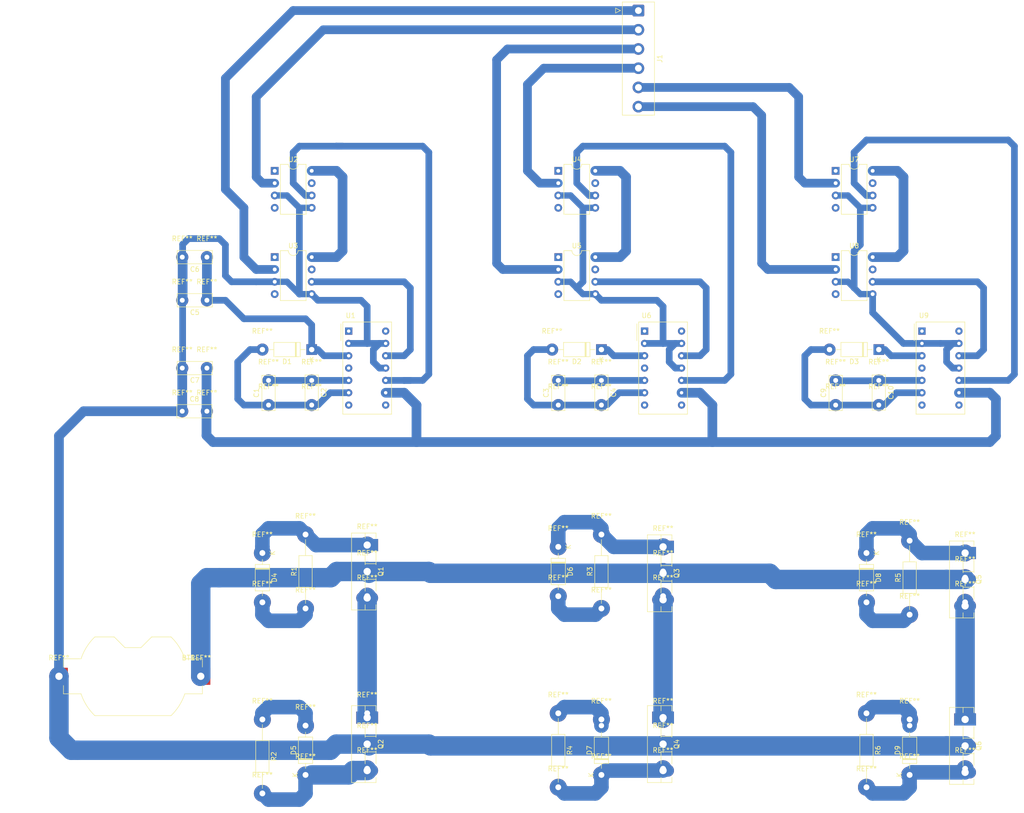
<source format=kicad_pcb>
(kicad_pcb (version 20171130) (host pcbnew "(5.1.5)-2")
  (layers (0 F.Cu signal) (31 B.Cu signal) (34 B.Paste user) (35 F.Paste user) (36 B.SilkS user) (37 F.SilkS user) (38 B.Mask user) (39 F.Mask user) (44 Edge.Cuts user))
  (net 0 "")
  (net 1 GND)
  (net 2 "Net-(BT1-Pad1)")
  (net 3 "Net-(C1-Pad1)")
  (net 4 "Net-(C1-Pad2)")
  (net 5 "Net-(C3-Pad2)")
  (net 6 "Net-(C3-Pad1)")
  (net 7 "Net-(C5-Pad1)")
  (net 8 "Net-(C7-Pad1)")
  (net 9 "Net-(C10-Pad2)")
  (net 10 "Net-(C10-Pad1)")
  (net 11 "Net-(D4-Pad1)")
  (net 12 "Net-(D4-Pad2)")
  (net 13 "Net-(D5-Pad2)")
  (net 14 "Net-(D5-Pad1)")
  (net 15 "Net-(D6-Pad1)")
  (net 16 "Net-(D6-Pad2)")
  (net 17 "Net-(D7-Pad2)")
  (net 18 "Net-(D7-Pad1)")
  (net 19 "Net-(D8-Pad1)")
  (net 20 "Net-(D8-Pad2)")
  (net 21 "Net-(D9-Pad2)")
  (net 22 "Net-(D9-Pad1)")
  (net 23 "Net-(U1-Pad4)")
  (net 24 "Net-(U1-Pad8)")
  (net 25 "Net-(U1-Pad10)")
  (net 26 "Net-(U1-Pad12)")
  (net 27 "Net-(U1-Pad14)")
  (net 28 "Net-(U2-Pad8)")
  (net 29 "Net-(U2-Pad4)")
  (net 30 "Net-(U2-Pad7)")
  (net 31 "Net-(U2-Pad1)")
  (net 32 "Net-(U3-Pad4)")
  (net 33 "Net-(U3-Pad7)")
  (net 34 "Net-(U3-Pad1)")
  (net 35 "Net-(U4-Pad1)")
  (net 36 "Net-(U4-Pad6)")
  (net 37 "Net-(U4-Pad7)")
  (net 38 "Net-(U4-Pad4)")
  (net 39 "Net-(U5-Pad4)")
  (net 40 "Net-(U5-Pad7)")
  (net 41 "Net-(U5-Pad6)")
  (net 42 "Net-(U5-Pad1)")
  (net 43 "Net-(U6-Pad4)")
  (net 44 "Net-(U6-Pad8)")
  (net 45 "Net-(U6-Pad14)")
  (net 46 "Net-(U7-Pad1)")
  (net 47 "Net-(U7-Pad6)")
  (net 48 "Net-(U7-Pad7)")
  (net 49 "Net-(U7-Pad4)")
  (net 50 "Net-(U8-Pad1)")
  (net 51 "Net-(U8-Pad6)")
  (net 52 "Net-(U8-Pad7)")
  (net 53 "Net-(U8-Pad4)")
  (net 54 "Net-(U9-Pad14)")
  (net 55 "Net-(U9-Pad8)")
  (net 56 "Net-(U9-Pad4)")
  (net 57 "Net-(J1-Pad1)")
  (net 58 "Net-(J1-Pad2)")
  (net 59 "Net-(J1-Pad3)")
  (net 60 "Net-(J1-Pad4)")
  (net 61 "Net-(J1-Pad5)")
  (net 62 "Net-(J1-Pad6)")
  (module Connector_Wire:SolderWirePad_1x01_Drill1.2mm (layer F.Cu) (at 200.66 149.86)
    (fp_text reference REF** (at 0 -3.81) (layer F.SilkS))
    (fp_text value SolderWirePad_1x01_Drill1.2mm)
    (pad 1 thru_hole circle (at 0 0) (size 3.50012 3.50012) (drill 1.19888) (layers *.Cu *.Mask))
  )
  (module Connector_Wire:SolderWirePad_1x01_Drill1.2mm (layer F.Cu) (at 191.77 137.16)
    (fp_text reference REF** (at 0 -3.81) (layer F.SilkS))
    (fp_text value SolderWirePad_1x01_Drill1.2mm)
    (pad 1 thru_hole circle (at 0 0) (size 3.50012 3.50012) (drill 1.19888) (layers *.Cu *.Mask))
  )
  (module Connector_Wire:SolderWirePad_1x01_Drill1.2mm (layer F.Cu) (at 191.77 147.32)
    (fp_text reference REF** (at 0 -3.81) (layer F.SilkS))
    (fp_text value SolderWirePad_1x01_Drill1.2mm)
    (pad 1 thru_hole circle (at 0 0) (size 3.50012 3.50012) (drill 1.19888) (layers *.Cu *.Mask))
  )
  (module Connector_Wire:SolderWirePad_1x01_Drill1.2mm (layer F.Cu) (at 200.66 134.62)
    (fp_text reference REF** (at 0 -3.81) (layer F.SilkS))
    (fp_text value SolderWirePad_1x01_Drill1.2mm)
    (pad 1 thru_hole circle (at 0 0) (size 3.50012 3.50012) (drill 1.19888) (layers *.Cu *.Mask))
  )
  (module Connector_Wire:SolderWirePad_1x01_Drill1.2mm (layer F.Cu) (at 212.09 137.16)
    (fp_text reference REF** (at 0 -3.81) (layer F.SilkS))
    (fp_text value SolderWirePad_1x01_Drill1.2mm)
    (pad 1 thru_hole circle (at 0 0) (size 3.50012 3.50012) (drill 1.19888) (layers *.Cu *.Mask))
  )
  (module Connector_Wire:SolderWirePad_1x01_Drill1.2mm (layer F.Cu) (at 212.09 142.24)
    (fp_text reference REF** (at 0 -3.81) (layer F.SilkS))
    (fp_text value SolderWirePad_1x01_Drill1.2mm)
    (pad 1 thru_hole circle (at 0 0) (size 3.50012 3.50012) (drill 1.19888) (layers *.Cu *.Mask))
  )
  (module Connector_Wire:SolderWirePad_1x01_Drill1.2mm (layer F.Cu) (at 212.09 147.32)
    (fp_text reference REF** (at 0 -3.81) (layer F.SilkS))
    (fp_text value SolderWirePad_1x01_Drill1.2mm)
    (pad 1 thru_hole circle (at 0 0) (size 3.50012 3.50012) (drill 1.19888) (layers *.Cu *.Mask))
  )
  (module Connector_Wire:SolderWirePad_1x01_Drill1.2mm (layer F.Cu) (at 212.09 181.61)
    (fp_text reference REF** (at 0 -3.81) (layer F.SilkS))
    (fp_text value SolderWirePad_1x01_Drill1.2mm)
    (pad 1 thru_hole circle (at 0 0) (size 3.50012 3.50012) (drill 1.19888) (layers *.Cu *.Mask))
  )
  (module Connector_Wire:SolderWirePad_1x01_Drill1.2mm (layer F.Cu) (at 191.77 185.42)
    (fp_text reference REF** (at 0 -3.81) (layer F.SilkS))
    (fp_text value SolderWirePad_1x01_Drill1.2mm)
    (pad 1 thru_hole circle (at 0 0) (size 3.50012 3.50012) (drill 1.19888) (layers *.Cu *.Mask))
  )
  (module Connector_Wire:SolderWirePad_1x01_Drill1.2mm (layer F.Cu) (at 200.66 182.88)
    (fp_text reference REF** (at 0 -3.81) (layer F.SilkS))
    (fp_text value SolderWirePad_1x01_Drill1.2mm)
    (pad 1 thru_hole circle (at 0 0) (size 3.50012 3.50012) (drill 1.19888) (layers *.Cu *.Mask))
  )
  (module Connector_Wire:SolderWirePad_1x01_Drill1.2mm (layer F.Cu) (at 191.77 170.18)
    (fp_text reference REF** (at 0 -3.81) (layer F.SilkS))
    (fp_text value SolderWirePad_1x01_Drill1.2mm)
    (pad 1 thru_hole circle (at 0 0) (size 3.50012 3.50012) (drill 1.19888) (layers *.Cu *.Mask))
  )
  (module Connector_Wire:SolderWirePad_1x01_Drill1.2mm (layer F.Cu) (at 200.66 171.45)
    (fp_text reference REF** (at 0 -3.81) (layer F.SilkS))
    (fp_text value SolderWirePad_1x01_Drill1.2mm)
    (pad 1 thru_hole circle (at 0 0) (size 3.50012 3.50012) (drill 1.19888) (layers *.Cu *.Mask))
  )
  (module Connector_Wire:SolderWirePad_1x01_Drill1.2mm (layer F.Cu) (at 88.9 140.97)
    (fp_text reference REF** (at 0 -3.81) (layer F.SilkS))
    (fp_text value SolderWirePad_1x01_Drill1.2mm)
    (pad 1 thru_hole circle (at 0 0) (size 3.50012 3.50012) (drill 1.19888) (layers *.Cu *.Mask))
  )
  (module Connector_Wire:SolderWirePad_1x01_Drill1.2mm (layer F.Cu) (at 149.86 140.97)
    (fp_text reference REF** (at 0 -3.81) (layer F.SilkS))
    (fp_text value SolderWirePad_1x01_Drill1.2mm)
    (pad 1 thru_hole circle (at 0 0) (size 3.50012 3.50012) (drill 1.19888) (layers *.Cu *.Mask))
  )
  (module Connector_Wire:SolderWirePad_1x01_Drill1.2mm (layer F.Cu) (at 76.2 182.88)
    (fp_text reference REF** (at 0 -3.81) (layer F.SilkS))
    (fp_text value SolderWirePad_1x01_Drill1.2mm)
    (pad 1 thru_hole circle (at 0 0) (size 3.50012 3.50012) (drill 1.19888) (layers *.Cu *.Mask))
  )
  (module Connector_Wire:SolderWirePad_1x01_Drill1.2mm (layer F.Cu) (at 88.9 135.52)
    (fp_text reference REF** (at 0 -3.81) (layer F.SilkS))
    (fp_text value SolderWirePad_1x01_Drill1.2mm)
    (pad 1 thru_hole circle (at 0 0) (size 3.50012 3.50012) (drill 1.19888) (layers *.Cu *.Mask))
  )
  (module Connector_Wire:SolderWirePad_1x01_Drill1.2mm (layer F.Cu) (at 67.31 186.69)
    (fp_text reference REF** (at 0 -3.81) (layer F.SilkS))
    (fp_text value SolderWirePad_1x01_Drill1.2mm)
    (pad 1 thru_hole circle (at 0 0) (size 3.50012 3.50012) (drill 1.19888) (layers *.Cu *.Mask))
  )
  (module Connector_Wire:SolderWirePad_1x01_Drill1.2mm (layer F.Cu) (at 76.2 172.72)
    (fp_text reference REF** (at 0 -3.81) (layer F.SilkS))
    (fp_text value SolderWirePad_1x01_Drill1.2mm)
    (pad 1 thru_hole circle (at 0 0) (size 3.50012 3.50012) (drill 1.19888) (layers *.Cu *.Mask))
  )
  (module Connector_Wire:SolderWirePad_1x01_Drill1.2mm (layer F.Cu) (at 149.86 146.05)
    (fp_text reference REF** (at 0 -3.81) (layer F.SilkS))
    (fp_text value SolderWirePad_1x01_Drill1.2mm)
    (pad 1 thru_hole circle (at 0 0) (size 3.50012 3.50012) (drill 1.19888) (layers *.Cu *.Mask))
  )
  (module Connector_Wire:SolderWirePad_1x01_Drill1.2mm (layer F.Cu) (at 88.9 146.05)
    (fp_text reference REF** (at 0 -3.81) (layer F.SilkS))
    (fp_text value SolderWirePad_1x01_Drill1.2mm)
    (pad 1 thru_hole circle (at 0 0) (size 3.50012 3.50012) (drill 1.19888) (layers *.Cu *.Mask))
  )
  (module Connector_Wire:SolderWirePad_1x01_Drill1.2mm (layer F.Cu) (at 128.27 170.18)
    (fp_text reference REF** (at 0 -3.81) (layer F.SilkS))
    (fp_text value SolderWirePad_1x01_Drill1.2mm)
    (pad 1 thru_hole circle (at 0 0) (size 3.50012 3.50012) (drill 1.19888) (layers *.Cu *.Mask))
  )
  (module Connector_Wire:SolderWirePad_1x01_Drill1.2mm (layer F.Cu) (at 137.16 171.45)
    (fp_text reference REF** (at 0 -3.81) (layer F.SilkS))
    (fp_text value SolderWirePad_1x01_Drill1.2mm)
    (pad 1 thru_hole circle (at 0 0) (size 3.50012 3.50012) (drill 1.19888) (layers *.Cu *.Mask))
  )
  (module Connector_Wire:SolderWirePad_1x01_Drill1.2mm (layer F.Cu) (at 76.2 148.59)
    (fp_text reference REF** (at 0 -3.81) (layer F.SilkS))
    (fp_text value SolderWirePad_1x01_Drill1.2mm)
    (pad 1 thru_hole circle (at 0 0) (size 3.50012 3.50012) (drill 1.19888) (layers *.Cu *.Mask))
  )
  (module Connector_Wire:SolderWirePad_1x01_Drill1.2mm (layer F.Cu) (at 67.31 171.45)
    (fp_text reference REF** (at 0 -3.81) (layer F.SilkS))
    (fp_text value SolderWirePad_1x01_Drill1.2mm)
    (pad 1 thru_hole circle (at 0 0) (size 3.50012 3.50012) (drill 1.19888) (layers *.Cu *.Mask))
  )
  (module Connector_Wire:SolderWirePad_1x01_Drill1.2mm (layer F.Cu) (at 67.31 147.32)
    (fp_text reference REF** (at 0 -3.81) (layer F.SilkS))
    (fp_text value SolderWirePad_1x01_Drill1.2mm)
    (pad 1 thru_hole circle (at 0 0) (size 3.50012 3.50012) (drill 1.19888) (layers *.Cu *.Mask))
  )
  (module Connector_Wire:SolderWirePad_1x01_Drill1.2mm (layer F.Cu) (at 67.31 137.16)
    (fp_text reference REF** (at 0 -3.81) (layer F.SilkS))
    (fp_text value SolderWirePad_1x01_Drill1.2mm)
    (pad 1 thru_hole circle (at 0 0) (size 3.50012 3.50012) (drill 1.19888) (layers *.Cu *.Mask))
  )
  (module Connector_Wire:SolderWirePad_1x01_Drill1.2mm (layer F.Cu) (at 76.2 133.35)
    (fp_text reference REF** (at 0 -3.81) (layer F.SilkS))
    (fp_text value SolderWirePad_1x01_Drill1.2mm)
    (pad 1 thru_hole circle (at 0 0) (size 3.50012 3.50012) (drill 1.19888) (layers *.Cu *.Mask))
  )
  (module Connector_Wire:SolderWirePad_1x01_Drill1.2mm (layer F.Cu) (at 149.86 176.53)
    (fp_text reference REF** (at 0 -3.81) (layer F.SilkS))
    (fp_text value SolderWirePad_1x01_Drill1.2mm)
    (pad 1 thru_hole circle (at 0 0) (size 3.50012 3.50012) (drill 1.19888) (layers *.Cu *.Mask))
  )
  (module Connector_Wire:SolderWirePad_1x01_Drill1.2mm (layer F.Cu) (at 149.86 171.45)
    (fp_text reference REF** (at 0 -3.81) (layer F.SilkS))
    (fp_text value SolderWirePad_1x01_Drill1.2mm)
    (pad 1 thru_hole circle (at 0 0) (size 3.50012 3.50012) (drill 1.19888) (layers *.Cu *.Mask))
  )
  (module Connector_Wire:SolderWirePad_1x01_Drill1.2mm (layer F.Cu) (at 149.86 181.61)
    (fp_text reference REF** (at 0 -3.81) (layer F.SilkS))
    (fp_text value SolderWirePad_1x01_Drill1.2mm)
    (pad 1 thru_hole circle (at 0 0) (size 3.50012 3.50012) (drill 1.19888) (layers *.Cu *.Mask))
  )
  (module Connector_Wire:SolderWirePad_1x01_Drill1.2mm (layer F.Cu) (at 137.16 182.88)
    (fp_text reference REF** (at 0 -3.81) (layer F.SilkS))
    (fp_text value SolderWirePad_1x01_Drill1.2mm)
    (pad 1 thru_hole circle (at 0 0) (size 3.50012 3.50012) (drill 1.19888) (layers *.Cu *.Mask))
  )
  (module Connector_Wire:SolderWirePad_1x01_Drill1.2mm (layer F.Cu) (at 128.27 185.42)
    (fp_text reference REF** (at 0 -3.81) (layer F.SilkS))
    (fp_text value SolderWirePad_1x01_Drill1.2mm)
    (pad 1 thru_hole circle (at 0 0) (size 3.50012 3.50012) (drill 1.19888) (layers *.Cu *.Mask))
  )
  (module Connector_Wire:SolderWirePad_1x01_Drill1.2mm (layer F.Cu) (at 149.86 135.89)
    (fp_text reference REF** (at 0 -3.81) (layer F.SilkS))
    (fp_text value SolderWirePad_1x01_Drill1.2mm)
    (pad 1 thru_hole circle (at 0 0) (size 3.50012 3.50012) (drill 1.19888) (layers *.Cu *.Mask))
  )
  (module Connector_Wire:SolderWirePad_1x01_Drill1.2mm (layer F.Cu) (at 128.27 135.89)
    (fp_text reference REF** (at 0 -3.81) (layer F.SilkS))
    (fp_text value SolderWirePad_1x01_Drill1.2mm)
    (pad 1 thru_hole circle (at 0 0) (size 3.50012 3.50012) (drill 1.19888) (layers *.Cu *.Mask))
  )
  (module Connector_Wire:SolderWirePad_1x01_Drill1.2mm (layer F.Cu) (at 128.27 146.05)
    (fp_text reference REF** (at 0 -3.81) (layer F.SilkS))
    (fp_text value SolderWirePad_1x01_Drill1.2mm)
    (pad 1 thru_hole circle (at 0 0) (size 3.50012 3.50012) (drill 1.19888) (layers *.Cu *.Mask))
  )
  (module Connector_Wire:SolderWirePad_1x01_Drill1.2mm (layer F.Cu) (at 88.9 181.61)
    (fp_text reference REF** (at 0 -3.81) (layer F.SilkS))
    (fp_text value SolderWirePad_1x01_Drill1.2mm)
    (pad 1 thru_hole circle (at 0 0) (size 3.50012 3.50012) (drill 1.19888) (layers *.Cu *.Mask))
  )
  (module Connector_Wire:SolderWirePad_1x01_Drill1.2mm (layer F.Cu) (at 88.9 176.53)
    (fp_text reference REF** (at 0 -3.81) (layer F.SilkS))
    (fp_text value SolderWirePad_1x01_Drill1.2mm)
    (pad 1 thru_hole circle (at 0 0) (size 3.50012 3.50012) (drill 1.19888) (layers *.Cu *.Mask))
  )
  (module Connector_Wire:SolderWirePad_1x01_Drill1.2mm (layer F.Cu) (at 88.9 170.18)
    (fp_text reference REF** (at 0 -3.81) (layer F.SilkS))
    (fp_text value SolderWirePad_1x01_Drill1.2mm)
    (pad 1 thru_hole circle (at 0 0) (size 3.50012 3.50012) (drill 1.19888) (layers *.Cu *.Mask))
  )
  (module Connector_Wire:SolderWirePad_1x01_Drill1.2mm (layer F.Cu) (at 137.16 148.59)
    (fp_text reference REF** (at 0 -3.81) (layer F.SilkS))
    (fp_text value SolderWirePad_1x01_Drill1.2mm)
    (pad 1 thru_hole circle (at 0 0) (size 3.50012 3.50012) (drill 1.19888) (layers *.Cu *.Mask))
  )
  (module Connector_Wire:SolderWirePad_1x01_Drill1.5mm (layer F.Cu) (at 54.61 162.56)
    (fp_text reference REF** (at 0 -3.81) (layer F.SilkS))
    (fp_text value SolderWirePad_1x01_Drill1.5mm)
    (pad 1 thru_hole circle (at 0 0) (size 4.0005 4.0005) (drill 1.50114) (layers *.Cu *.Mask))
  )
  (module Battery:BatteryHolder_Keystone_1058_1x2032 (layer F.Cu) (at 40.64 162.56 180)
    (fp_text reference BT1 (at -11.43 3.81) (layer F.SilkS))
    (fp_text value Battery_Cell)
    (pad 2 smd rect (at 14.68 0 180) (size 2.54 3.51) (layers F.Cu F.Paste F.Mask) (net 1 GND))
    (pad 1 smd rect (at -14.68 0 180) (size 2.54 3.51) (layers F.Cu F.Paste F.Mask) (net 2 "Net-(BT1-Pad1)"))
  )
  (module Diode_THT:D_DO-41_SOD81_P10.16mm_Horizontal (layer F.Cu) (at 76.2 182.88 90)
    (fp_text reference D5 (at 5.08 -2.47 90) (layer F.SilkS))
    (fp_text value DIODE)
    (fp_text user K (at 0 -2.1 90) (layer F.SilkS))
    (pad 1 thru_hole rect (at 0 0 90) (size 2.2 2.2) (drill 1.1) (layers *.Cu *.Mask) (net 14 "Net-(D5-Pad1)"))
    (pad 2 thru_hole oval (at 10.16 0 90) (size 2.2 2.2) (drill 1.1) (layers *.Cu *.Mask) (net 13 "Net-(D5-Pad2)"))
  )
  (module Diode_THT:D_DO-41_SOD81_P10.16mm_Horizontal (layer F.Cu) (at 191.77 137.16 270)
    (fp_text reference D8 (at 5.08 -2.47 90) (layer F.SilkS))
    (fp_text value DIODE)
    (fp_text user K (at 0 -2.1 90) (layer F.SilkS))
    (pad 2 thru_hole oval (at 10.16 0 270) (size 2.2 2.2) (drill 1.1) (layers *.Cu *.Mask) (net 20 "Net-(D8-Pad2)"))
    (pad 1 thru_hole rect (at 0 0 270) (size 2.2 2.2) (drill 1.1) (layers *.Cu *.Mask) (net 19 "Net-(D8-Pad1)"))
  )
  (module Resistor_THT:R_Axial_DIN0207_L6.3mm_D2.5mm_P15.24mm_Horizontal (layer F.Cu) (at 76.2 148.59 90)
    (fp_text reference R1 (at 7.62 -2.37 90) (layer F.SilkS))
    (fp_text value R)
    (pad 2 thru_hole oval (at 15.24 0 90) (size 1.6 1.6) (drill 0.8) (layers *.Cu *.Mask) (net 11 "Net-(D4-Pad1)"))
    (pad 1 thru_hole circle (at 0 0 90) (size 1.6 1.6) (drill 0.8) (layers *.Cu *.Mask) (net 12 "Net-(D4-Pad2)"))
  )
  (module Package_TO_SOT_THT:TO-3PB-3_Vertical (layer F.Cu) (at 88.9 135.52 270)
    (fp_text reference Q1 (at 5.45 -2.82 90) (layer F.SilkS))
    (fp_text value IRF6641)
    (pad 1 thru_hole rect (at 0 0 270) (size 2.5 4.5) (drill 1.5) (layers *.Cu *.Mask) (net 11 "Net-(D4-Pad1)"))
    (pad 2 thru_hole oval (at 5.45 0 270) (size 2.5 4.5) (drill 1.5) (layers *.Cu *.Mask) (net 2 "Net-(BT1-Pad1)"))
    (pad 3 thru_hole oval (at 10.9 0 270) (size 2.5 4.5) (drill 1.5) (layers *.Cu *.Mask) (net 4 "Net-(C1-Pad2)"))
  )
  (module Connector_Wire:SolderWirePad_1x01_Drill1mm (layer F.Cu) (at 185.42 101.6)
    (fp_text reference REF** (at 0 -3.81) (layer F.SilkS))
    (fp_text value SolderWirePad_1x01_Drill1mm)
    (pad 1 thru_hole circle (at 0 0) (size 2.49936 2.49936) (drill 1.00076) (layers *.Cu *.Mask))
  )
  (module Connector_Wire:SolderWirePad_1x01_Drill1mm (layer F.Cu) (at 184.15 95.25)
    (fp_text reference REF** (at 0 -3.81) (layer F.SilkS))
    (fp_text value SolderWirePad_1x01_Drill1mm)
    (pad 1 thru_hole circle (at 0 0) (size 2.49936 2.49936) (drill 1.00076) (layers *.Cu *.Mask))
  )
  (module Connector_Wire:SolderWirePad_1x01_Drill1mm (layer F.Cu) (at 137.16 101.6)
    (fp_text reference REF** (at 0 -3.81) (layer F.SilkS))
    (fp_text value SolderWirePad_1x01_Drill1mm)
    (pad 1 thru_hole circle (at 0 0) (size 2.49936 2.49936) (drill 1.00076) (layers *.Cu *.Mask))
  )
  (module Connector_Wire:SolderWirePad_1x01_Drill1mm (layer F.Cu) (at 128.27 106.68)
    (fp_text reference REF** (at 0 -3.81) (layer F.SilkS))
    (fp_text value SolderWirePad_1x01_Drill1mm)
    (pad 1 thru_hole circle (at 0 0) (size 2.49936 2.49936) (drill 1.00076) (layers *.Cu *.Mask))
  )
  (module Connector_Wire:SolderWirePad_1x01_Drill1mm (layer F.Cu) (at 185.42 106.68)
    (fp_text reference REF** (at 0 -3.81) (layer F.SilkS))
    (fp_text value SolderWirePad_1x01_Drill1mm)
    (pad 1 thru_hole circle (at 0 0) (size 2.49936 2.49936) (drill 1.00076) (layers *.Cu *.Mask))
  )
  (module Connector_Wire:SolderWirePad_1x01_Drill1mm (layer F.Cu) (at 128.27 101.6)
    (fp_text reference REF** (at 0 -3.81) (layer F.SilkS))
    (fp_text value SolderWirePad_1x01_Drill1mm)
    (pad 1 thru_hole circle (at 0 0) (size 2.49936 2.49936) (drill 1.00076) (layers *.Cu *.Mask))
  )
  (module Connector_Wire:SolderWirePad_1x01_Drill1mm (layer F.Cu) (at 137.16 106.68)
    (fp_text reference REF** (at 0 -3.81) (layer F.SilkS))
    (fp_text value SolderWirePad_1x01_Drill1mm)
    (pad 1 thru_hole circle (at 0 0) (size 2.49936 2.49936) (drill 1.00076) (layers *.Cu *.Mask))
  )
  (module Connector_Wire:SolderWirePad_1x01_Drill1mm (layer F.Cu) (at 127 95.25)
    (fp_text reference REF** (at 0 -3.81) (layer F.SilkS))
    (fp_text value SolderWirePad_1x01_Drill1mm)
    (pad 1 thru_hole circle (at 0 0) (size 2.49936 2.49936) (drill 1.00076) (layers *.Cu *.Mask))
  )
  (module Connector_Wire:SolderWirePad_1x01_Drill1mm (layer F.Cu) (at 50.8 76.2)
    (fp_text reference REF** (at 0 -3.81) (layer F.SilkS))
    (fp_text value SolderWirePad_1x01_Drill1mm)
    (pad 1 thru_hole circle (at 0 0) (size 2.49936 2.49936) (drill 1.00076) (layers *.Cu *.Mask))
  )
  (module Connector_Wire:SolderWirePad_1x01_Drill1mm (layer F.Cu) (at 67.31 95.25)
    (fp_text reference REF** (at 0 -3.81) (layer F.SilkS))
    (fp_text value SolderWirePad_1x01_Drill1mm)
    (pad 1 thru_hole circle (at 0 0) (size 2.49936 2.49936) (drill 1.00076) (layers *.Cu *.Mask))
  )
  (module Connector_Wire:SolderWirePad_1x01_Drill1mm (layer F.Cu) (at 55.88 76.2)
    (fp_text reference REF** (at 0 -3.81) (layer F.SilkS))
    (fp_text value SolderWirePad_1x01_Drill1mm)
    (pad 1 thru_hole circle (at 0 0) (size 2.49936 2.49936) (drill 1.00076) (layers *.Cu *.Mask))
  )
  (module Connector_Wire:SolderWirePad_1x01_Drill1mm (layer F.Cu) (at 55.88 85.09)
    (fp_text reference REF** (at 0 -3.81) (layer F.SilkS))
    (fp_text value SolderWirePad_1x01_Drill1mm)
    (pad 1 thru_hole circle (at 0 0) (size 2.49936 2.49936) (drill 1.00076) (layers *.Cu *.Mask))
  )
  (module Connector_Wire:SolderWirePad_1x01_Drill1mm (layer F.Cu) (at 68.58 106.68)
    (fp_text reference REF** (at 0 -3.81) (layer F.SilkS))
    (fp_text value SolderWirePad_1x01_Drill1mm)
    (pad 1 thru_hole circle (at 0 0) (size 2.49936 2.49936) (drill 1.00076) (layers *.Cu *.Mask))
  )
  (module Connector_Wire:SolderWirePad_1x01_Drill1mm (layer F.Cu) (at 194.31 106.68)
    (fp_text reference REF** (at 0 -3.81) (layer F.SilkS))
    (fp_text value SolderWirePad_1x01_Drill1mm)
    (pad 1 thru_hole circle (at 0 0) (size 2.49936 2.49936) (drill 1.00076) (layers *.Cu *.Mask))
  )
  (module Connector_Wire:SolderWirePad_1x01_Drill1mm (layer F.Cu) (at 77.47 106.68)
    (fp_text reference REF** (at 0 -3.81) (layer F.SilkS))
    (fp_text value SolderWirePad_1x01_Drill1mm)
    (pad 1 thru_hole circle (at 0 0) (size 2.49936 2.49936) (drill 1.00076) (layers *.Cu *.Mask))
  )
  (module Connector_Wire:SolderWirePad_1x01_Drill1mm (layer F.Cu) (at 77.47 101.6)
    (fp_text reference REF** (at 0 -3.81) (layer F.SilkS))
    (fp_text value SolderWirePad_1x01_Drill1mm)
    (pad 1 thru_hole circle (at 0 0) (size 2.49936 2.49936) (drill 1.00076) (layers *.Cu *.Mask))
  )
  (module Connector_Wire:SolderWirePad_1x01_Drill1mm (layer F.Cu) (at 68.58 101.6)
    (fp_text reference REF** (at 0 -3.81) (layer F.SilkS))
    (fp_text value SolderWirePad_1x01_Drill1mm)
    (pad 1 thru_hole circle (at 0 0) (size 2.49936 2.49936) (drill 1.00076) (layers *.Cu *.Mask))
  )
  (module Connector_Wire:SolderWirePad_1x01_Drill1mm (layer F.Cu) (at 194.31 101.6)
    (fp_text reference REF** (at 0 -3.81) (layer F.SilkS))
    (fp_text value SolderWirePad_1x01_Drill1mm)
    (pad 1 thru_hole circle (at 0 0) (size 2.49936 2.49936) (drill 1.00076) (layers *.Cu *.Mask))
  )
  (module Connector_Wire:SolderWirePad_1x01_Drill1mm (layer F.Cu) (at 50.8 85.09)
    (fp_text reference REF** (at 0 -3.81) (layer F.SilkS))
    (fp_text value SolderWirePad_1x01_Drill1mm)
    (pad 1 thru_hole circle (at 0 0) (size 2.49936 2.49936) (drill 1.00076) (layers *.Cu *.Mask))
  )
  (module Connector_Wire:SolderWirePad_1x01_Drill1mm (layer F.Cu) (at 50.8 99.06)
    (fp_text reference REF** (at 0 -3.81) (layer F.SilkS))
    (fp_text value SolderWirePad_1x01_Drill1mm)
    (pad 1 thru_hole circle (at 0 0) (size 2.49936 2.49936) (drill 1.00076) (layers *.Cu *.Mask))
  )
  (module Connector_Wire:SolderWirePad_1x01_Drill1mm (layer F.Cu) (at 55.88 107.95)
    (fp_text reference REF** (at 0 -3.81) (layer F.SilkS))
    (fp_text value SolderWirePad_1x01_Drill1mm)
    (pad 1 thru_hole circle (at 0 0) (size 2.49936 2.49936) (drill 1.00076) (layers *.Cu *.Mask))
  )
  (module Connector_Wire:SolderWirePad_1x01_Drill1mm (layer F.Cu) (at 55.88 99.06)
    (fp_text reference REF** (at 0 -3.81) (layer F.SilkS))
    (fp_text value SolderWirePad_1x01_Drill1mm)
    (pad 1 thru_hole circle (at 0 0) (size 2.49936 2.49936) (drill 1.00076) (layers *.Cu *.Mask))
  )
  (module Connector_Wire:SolderWirePad_1x01_Drill1.2mm (layer F.Cu) (at 137.16 133.35)
    (fp_text reference REF** (at 0 -3.81) (layer F.SilkS))
    (fp_text value SolderWirePad_1x01_Drill1.2mm)
    (pad 1 thru_hole circle (at 0 0) (size 3.50012 3.50012) (drill 1.19888) (layers *.Cu *.Mask))
  )
  (module Connector_Wire:SolderWirePad_1x01_Drill1.5mm (layer F.Cu) (at 25.4 162.56)
    (fp_text reference REF** (at 0 -3.81) (layer F.SilkS))
    (fp_text value SolderWirePad_1x01_Drill1.5mm)
    (pad 1 thru_hole circle (at 0 0) (size 4.0005 4.0005) (drill 1.50114) (layers *.Cu *.Mask))
  )
  (module Connector_Wire:SolderWirePad_1x01_Drill1mm (layer F.Cu) (at 50.8 107.95)
    (fp_text reference REF** (at 0 -3.81) (layer F.SilkS))
    (fp_text value SolderWirePad_1x01_Drill1mm)
    (pad 1 thru_hole circle (at 0 0) (size 2.49936 2.49936) (drill 1.00076) (layers *.Cu *.Mask))
  )
  (module Resistor_THT:R_Axial_DIN0207_L6.3mm_D2.5mm_P15.24mm_Horizontal (layer F.Cu) (at 191.77 170.18 270)
    (fp_text reference R6 (at 7.62 -2.37 90) (layer F.SilkS))
    (fp_text value R)
    (pad 1 thru_hole circle (at 0 0 270) (size 1.6 1.6) (drill 0.8) (layers *.Cu *.Mask) (net 21 "Net-(D9-Pad2)"))
    (pad 2 thru_hole oval (at 15.24 0 270) (size 1.6 1.6) (drill 0.8) (layers *.Cu *.Mask) (net 22 "Net-(D9-Pad1)"))
  )
  (module Package_DIP:DIP-8_W7.62mm (layer F.Cu) (at 69.85 58.42)
    (fp_text reference U2 (at 3.81 -2.33) (layer F.SilkS))
    (fp_text value TLP250)
    (pad 1 thru_hole rect (at 0 0) (size 1.6 1.6) (drill 0.8) (layers *.Cu *.Mask) (net 31 "Net-(U2-Pad1)"))
    (pad 5 thru_hole oval (at 7.62 7.62) (size 1.6 1.6) (drill 0.8) (layers *.Cu *.Mask) (net 1 GND))
    (pad 2 thru_hole oval (at 0 2.54) (size 1.6 1.6) (drill 0.8) (layers *.Cu *.Mask) (net 58 "Net-(J1-Pad2)"))
    (pad 6 thru_hole oval (at 7.62 5.08) (size 1.6 1.6) (drill 0.8) (layers *.Cu *.Mask) (net 25 "Net-(U1-Pad10)"))
    (pad 3 thru_hole oval (at 0 5.08) (size 1.6 1.6) (drill 0.8) (layers *.Cu *.Mask) (net 1 GND))
    (pad 7 thru_hole oval (at 7.62 2.54) (size 1.6 1.6) (drill 0.8) (layers *.Cu *.Mask) (net 30 "Net-(U2-Pad7)"))
    (pad 4 thru_hole oval (at 0 7.62) (size 1.6 1.6) (drill 0.8) (layers *.Cu *.Mask) (net 29 "Net-(U2-Pad4)"))
    (pad 8 thru_hole oval (at 7.62 0) (size 1.6 1.6) (drill 0.8) (layers *.Cu *.Mask) (net 28 "Net-(U2-Pad8)"))
  )
  (module Diode_THT:D_DO-41_SOD81_P10.16mm_Horizontal (layer F.Cu) (at 77.47 95.25 180)
    (fp_text reference D1 (at 5.08 -2.47) (layer F.SilkS))
    (fp_text value DIODE)
    (fp_text user K (at 0 -2.1) (layer F.SilkS))
    (pad 2 thru_hole oval (at 10.16 0 180) (size 2.2 2.2) (drill 1.1) (layers *.Cu *.Mask) (net 3 "Net-(C1-Pad1)"))
    (pad 1 thru_hole rect (at 0 0 180) (size 2.2 2.2) (drill 1.1) (layers *.Cu *.Mask) (net 7 "Net-(C5-Pad1)"))
  )
  (module Diode_THT:D_DO-41_SOD81_P10.16mm_Horizontal (layer F.Cu) (at 137.16 95.25 180)
    (fp_text reference D2 (at 5.08 -2.47) (layer F.SilkS))
    (fp_text value DIODE)
    (fp_text user K (at 0 -2.1) (layer F.SilkS))
    (pad 2 thru_hole oval (at 10.16 0 180) (size 2.2 2.2) (drill 1.1) (layers *.Cu *.Mask) (net 6 "Net-(C3-Pad1)"))
    (pad 1 thru_hole rect (at 0 0 180) (size 2.2 2.2) (drill 1.1) (layers *.Cu *.Mask) (net 7 "Net-(C5-Pad1)"))
  )
  (module Diode_THT:D_DO-41_SOD81_P10.16mm_Horizontal (layer F.Cu) (at 194.31 95.25 180)
    (fp_text reference D3 (at 5.08 -2.47) (layer F.SilkS))
    (fp_text value DIODE)
    (fp_text user K (at 0 -2.1) (layer F.SilkS))
    (pad 2 thru_hole oval (at 10.16 0 180) (size 2.2 2.2) (drill 1.1) (layers *.Cu *.Mask) (net 9 "Net-(C10-Pad2)"))
    (pad 1 thru_hole rect (at 0 0 180) (size 2.2 2.2) (drill 1.1) (layers *.Cu *.Mask) (net 7 "Net-(C5-Pad1)"))
  )
  (module Diode_THT:D_DO-41_SOD81_P10.16mm_Horizontal (layer F.Cu) (at 67.31 137.16 270)
    (fp_text reference D4 (at 5.08 -2.47 90) (layer F.SilkS))
    (fp_text value DIODE)
    (fp_text user K (at 0 -2.1 90) (layer F.SilkS))
    (pad 2 thru_hole oval (at 10.16 0 270) (size 2.2 2.2) (drill 1.1) (layers *.Cu *.Mask) (net 12 "Net-(D4-Pad2)"))
    (pad 1 thru_hole rect (at 0 0 270) (size 2.2 2.2) (drill 1.1) (layers *.Cu *.Mask) (net 11 "Net-(D4-Pad1)"))
  )
  (module Diode_THT:D_DO-41_SOD81_P10.16mm_Horizontal (layer F.Cu) (at 128.27 135.89 270)
    (fp_text reference D6 (at 5.08 -2.47 90) (layer F.SilkS))
    (fp_text value DIODE)
    (fp_text user K (at 0 -2.1 90) (layer F.SilkS))
    (pad 2 thru_hole oval (at 10.16 0 270) (size 2.2 2.2) (drill 1.1) (layers *.Cu *.Mask) (net 16 "Net-(D6-Pad2)"))
    (pad 1 thru_hole rect (at 0 0 270) (size 2.2 2.2) (drill 1.1) (layers *.Cu *.Mask) (net 15 "Net-(D6-Pad1)"))
  )
  (module Diode_THT:D_DO-41_SOD81_P10.16mm_Horizontal (layer F.Cu) (at 137.16 182.88 90)
    (fp_text reference D7 (at 5.08 -2.47 90) (layer F.SilkS))
    (fp_text value DIODE)
    (fp_text user K (at 0 -2.1 90) (layer F.SilkS))
    (pad 1 thru_hole rect (at 0 0 90) (size 2.2 2.2) (drill 1.1) (layers *.Cu *.Mask) (net 18 "Net-(D7-Pad1)"))
    (pad 2 thru_hole oval (at 10.16 0 90) (size 2.2 2.2) (drill 1.1) (layers *.Cu *.Mask) (net 17 "Net-(D7-Pad2)"))
  )
  (module Diode_THT:D_DO-41_SOD81_P10.16mm_Horizontal (layer F.Cu) (at 200.66 182.88 90)
    (fp_text reference D9 (at 5.08 -2.47 90) (layer F.SilkS))
    (fp_text value DIODE)
    (fp_text user K (at 0 -2.1 90) (layer F.SilkS))
    (pad 2 thru_hole oval (at 10.16 0 90) (size 2.2 2.2) (drill 1.1) (layers *.Cu *.Mask) (net 21 "Net-(D9-Pad2)"))
    (pad 1 thru_hole rect (at 0 0 90) (size 2.2 2.2) (drill 1.1) (layers *.Cu *.Mask) (net 22 "Net-(D9-Pad1)"))
  )
  (module Package_TO_SOT_THT:TO-3PB-3_Vertical (layer F.Cu) (at 88.9 171.08 270)
    (fp_text reference Q2 (at 5.45 -2.82 90) (layer F.SilkS))
    (fp_text value IRF6641)
    (pad 1 thru_hole rect (at 0 0 270) (size 2.5 4.5) (drill 1.5) (layers *.Cu *.Mask) (net 4 "Net-(C1-Pad2)"))
    (pad 2 thru_hole oval (at 5.45 0 270) (size 2.5 4.5) (drill 1.5) (layers *.Cu *.Mask) (net 1 GND))
    (pad 3 thru_hole oval (at 10.9 0 270) (size 2.5 4.5) (drill 1.5) (layers *.Cu *.Mask) (net 14 "Net-(D5-Pad1)"))
  )
  (module Package_TO_SOT_THT:TO-3PB-3_Vertical (layer F.Cu) (at 149.86 135.89 270)
    (fp_text reference Q3 (at 5.45 -2.82 90) (layer F.SilkS))
    (fp_text value IRF6641)
    (pad 3 thru_hole oval (at 10.9 0 270) (size 2.5 4.5) (drill 1.5) (layers *.Cu *.Mask) (net 5 "Net-(C3-Pad2)"))
    (pad 2 thru_hole oval (at 5.45 0 270) (size 2.5 4.5) (drill 1.5) (layers *.Cu *.Mask) (net 2 "Net-(BT1-Pad1)"))
    (pad 1 thru_hole rect (at 0 0 270) (size 2.5 4.5) (drill 1.5) (layers *.Cu *.Mask) (net 15 "Net-(D6-Pad1)"))
  )
  (module Package_TO_SOT_THT:TO-3PB-3_Vertical (layer F.Cu) (at 149.86 171.08 270)
    (fp_text reference Q4 (at 5.45 -2.82 90) (layer F.SilkS))
    (fp_text value IRF6641)
    (pad 1 thru_hole rect (at 0 0 270) (size 2.5 4.5) (drill 1.5) (layers *.Cu *.Mask) (net 5 "Net-(C3-Pad2)"))
    (pad 2 thru_hole oval (at 5.45 0 270) (size 2.5 4.5) (drill 1.5) (layers *.Cu *.Mask) (net 1 GND))
    (pad 3 thru_hole oval (at 10.9 0 270) (size 2.5 4.5) (drill 1.5) (layers *.Cu *.Mask) (net 18 "Net-(D7-Pad1)"))
  )
  (module Package_TO_SOT_THT:TO-3PB-3_Vertical (layer F.Cu) (at 212.09 137.16 270)
    (fp_text reference Q5 (at 5.45 -2.82 90) (layer F.SilkS))
    (fp_text value IRF6641)
    (pad 3 thru_hole oval (at 10.9 0 270) (size 2.5 4.5) (drill 1.5) (layers *.Cu *.Mask) (net 10 "Net-(C10-Pad1)"))
    (pad 2 thru_hole oval (at 5.45 0 270) (size 2.5 4.5) (drill 1.5) (layers *.Cu *.Mask) (net 2 "Net-(BT1-Pad1)"))
    (pad 1 thru_hole rect (at 0 0 270) (size 2.5 4.5) (drill 1.5) (layers *.Cu *.Mask) (net 19 "Net-(D8-Pad1)"))
  )
  (module Package_TO_SOT_THT:TO-3PB-3_Vertical (layer F.Cu) (at 212.09 171.45 270)
    (fp_text reference Q6 (at 5.45 -2.82 90) (layer F.SilkS))
    (fp_text value IRF6641)
    (pad 1 thru_hole rect (at 0 0 270) (size 2.5 4.5) (drill 1.5) (layers *.Cu *.Mask) (net 10 "Net-(C10-Pad1)"))
    (pad 2 thru_hole oval (at 5.45 0 270) (size 2.5 4.5) (drill 1.5) (layers *.Cu *.Mask) (net 1 GND))
    (pad 3 thru_hole oval (at 10.9 0 270) (size 2.5 4.5) (drill 1.5) (layers *.Cu *.Mask) (net 22 "Net-(D9-Pad1)"))
  )
  (module Resistor_THT:R_Axial_DIN0207_L6.3mm_D2.5mm_P15.24mm_Horizontal (layer F.Cu) (at 67.31 171.45 270)
    (fp_text reference R2 (at 7.62 -2.37 90) (layer F.SilkS))
    (fp_text value R)
    (pad 1 thru_hole circle (at 0 0 270) (size 1.6 1.6) (drill 0.8) (layers *.Cu *.Mask) (net 13 "Net-(D5-Pad2)"))
    (pad 2 thru_hole oval (at 15.24 0 270) (size 1.6 1.6) (drill 0.8) (layers *.Cu *.Mask) (net 14 "Net-(D5-Pad1)"))
  )
  (module Resistor_THT:R_Axial_DIN0207_L6.3mm_D2.5mm_P15.24mm_Horizontal (layer F.Cu) (at 137.16 148.59 90)
    (fp_text reference R3 (at 7.62 -2.37 90) (layer F.SilkS))
    (fp_text value R)
    (pad 1 thru_hole circle (at 0 0 90) (size 1.6 1.6) (drill 0.8) (layers *.Cu *.Mask) (net 16 "Net-(D6-Pad2)"))
    (pad 2 thru_hole oval (at 15.24 0 90) (size 1.6 1.6) (drill 0.8) (layers *.Cu *.Mask) (net 15 "Net-(D6-Pad1)"))
  )
  (module Resistor_THT:R_Axial_DIN0207_L6.3mm_D2.5mm_P15.24mm_Horizontal (layer F.Cu) (at 128.27 170.18 270)
    (fp_text reference R4 (at 7.62 -2.37 90) (layer F.SilkS))
    (fp_text value R)
    (pad 1 thru_hole circle (at 0 0 270) (size 1.6 1.6) (drill 0.8) (layers *.Cu *.Mask) (net 17 "Net-(D7-Pad2)"))
    (pad 2 thru_hole oval (at 15.24 0 270) (size 1.6 1.6) (drill 0.8) (layers *.Cu *.Mask) (net 18 "Net-(D7-Pad1)"))
  )
  (module Resistor_THT:R_Axial_DIN0207_L6.3mm_D2.5mm_P15.24mm_Horizontal (layer F.Cu) (at 200.66 149.86 90)
    (fp_text reference R5 (at 7.62 -2.37 90) (layer F.SilkS))
    (fp_text value R)
    (pad 2 thru_hole oval (at 15.24 0 90) (size 1.6 1.6) (drill 0.8) (layers *.Cu *.Mask) (net 19 "Net-(D8-Pad1)"))
    (pad 1 thru_hole circle (at 0 0 90) (size 1.6 1.6) (drill 0.8) (layers *.Cu *.Mask) (net 20 "Net-(D8-Pad2)"))
  )
  (module Display_7Segment:MAN73A (layer F.Cu) (at 85.09 91.44)
    (fp_text reference U1 (at 0.4 -3.2) (layer F.SilkS))
    (fp_text value IR2110)
    (pad 14 thru_hole circle (at 7.62 0) (size 1.5 1.5) (drill 0.7) (layers *.Cu *.Mask) (net 27 "Net-(U1-Pad14)"))
    (pad 13 thru_hole circle (at 7.62 2.54) (size 1.5 1.5) (drill 0.7) (layers *.Cu *.Mask) (net 1 GND))
    (pad 12 thru_hole circle (at 7.62 5.08) (size 1.5 1.5) (drill 0.7) (layers *.Cu *.Mask) (net 26 "Net-(U1-Pad12)"))
    (pad 11 thru_hole circle (at 7.62 7.62) (size 1.5 1.5) (drill 0.7) (layers *.Cu *.Mask) (net 1 GND))
    (pad 10 thru_hole circle (at 7.62 10.16) (size 1.5 1.5) (drill 0.7) (layers *.Cu *.Mask) (net 25 "Net-(U1-Pad10)"))
    (pad 9 thru_hole circle (at 7.62 12.7) (size 1.5 1.5) (drill 0.7) (layers *.Cu *.Mask) (net 8 "Net-(C7-Pad1)"))
    (pad 8 thru_hole circle (at 7.62 15.24) (size 1.5 1.5) (drill 0.7) (layers *.Cu *.Mask) (net 24 "Net-(U1-Pad8)"))
    (pad 7 thru_hole circle (at 0 15.24) (size 1.5 1.5) (drill 0.7) (layers *.Cu *.Mask) (net 12 "Net-(D4-Pad2)"))
    (pad 6 thru_hole circle (at 0 12.7) (size 1.5 1.5) (drill 0.7) (layers *.Cu *.Mask) (net 3 "Net-(C1-Pad1)"))
    (pad 5 thru_hole circle (at 0 10.16) (size 1.5 1.5) (drill 0.7) (layers *.Cu *.Mask) (net 4 "Net-(C1-Pad2)"))
    (pad 4 thru_hole circle (at 0 7.62) (size 1.5 1.5) (drill 0.7) (layers *.Cu *.Mask) (net 23 "Net-(U1-Pad4)"))
    (pad 3 thru_hole circle (at 0 5.08) (size 1.5 1.5) (drill 0.7) (layers *.Cu *.Mask) (net 7 "Net-(C5-Pad1)"))
    (pad 2 thru_hole circle (at 0 2.54) (size 1.5 1.5) (drill 0.7) (layers *.Cu *.Mask) (net 1 GND))
    (pad 1 thru_hole rect (at 0 0) (size 1.5 1.5) (drill 0.7) (layers *.Cu *.Mask) (net 13 "Net-(D5-Pad2)"))
  )
  (module Package_DIP:DIP-8_W7.62mm (layer F.Cu) (at 69.85 76.2)
    (fp_text reference U3 (at 3.81 -2.33) (layer F.SilkS))
    (fp_text value TLP250)
    (pad 8 thru_hole oval (at 7.62 0) (size 1.6 1.6) (drill 0.8) (layers *.Cu *.Mask) (net 28 "Net-(U2-Pad8)"))
    (pad 4 thru_hole oval (at 0 7.62) (size 1.6 1.6) (drill 0.8) (layers *.Cu *.Mask) (net 32 "Net-(U3-Pad4)"))
    (pad 7 thru_hole oval (at 7.62 2.54) (size 1.6 1.6) (drill 0.8) (layers *.Cu *.Mask) (net 33 "Net-(U3-Pad7)"))
    (pad 3 thru_hole oval (at 0 5.08) (size 1.6 1.6) (drill 0.8) (layers *.Cu *.Mask) (net 1 GND))
    (pad 6 thru_hole oval (at 7.62 5.08) (size 1.6 1.6) (drill 0.8) (layers *.Cu *.Mask) (net 26 "Net-(U1-Pad12)"))
    (pad 2 thru_hole oval (at 0 2.54) (size 1.6 1.6) (drill 0.8) (layers *.Cu *.Mask) (net 57 "Net-(J1-Pad1)"))
    (pad 5 thru_hole oval (at 7.62 7.62) (size 1.6 1.6) (drill 0.8) (layers *.Cu *.Mask) (net 1 GND))
    (pad 1 thru_hole rect (at 0 0) (size 1.6 1.6) (drill 0.8) (layers *.Cu *.Mask) (net 34 "Net-(U3-Pad1)"))
  )
  (module Package_DIP:DIP-8_W7.62mm (layer F.Cu) (at 128.27 58.42)
    (fp_text reference U4 (at 3.81 -2.33) (layer F.SilkS))
    (fp_text value TLP250)
    (pad 8 thru_hole oval (at 7.62 0) (size 1.6 1.6) (drill 0.8) (layers *.Cu *.Mask) (net 28 "Net-(U2-Pad8)"))
    (pad 4 thru_hole oval (at 0 7.62) (size 1.6 1.6) (drill 0.8) (layers *.Cu *.Mask) (net 38 "Net-(U4-Pad4)"))
    (pad 7 thru_hole oval (at 7.62 2.54) (size 1.6 1.6) (drill 0.8) (layers *.Cu *.Mask) (net 37 "Net-(U4-Pad7)"))
    (pad 3 thru_hole oval (at 0 5.08) (size 1.6 1.6) (drill 0.8) (layers *.Cu *.Mask) (net 1 GND))
    (pad 6 thru_hole oval (at 7.62 5.08) (size 1.6 1.6) (drill 0.8) (layers *.Cu *.Mask) (net 36 "Net-(U4-Pad6)"))
    (pad 2 thru_hole oval (at 0 2.54) (size 1.6 1.6) (drill 0.8) (layers *.Cu *.Mask) (net 60 "Net-(J1-Pad4)"))
    (pad 5 thru_hole oval (at 7.62 7.62) (size 1.6 1.6) (drill 0.8) (layers *.Cu *.Mask) (net 1 GND))
    (pad 1 thru_hole rect (at 0 0) (size 1.6 1.6) (drill 0.8) (layers *.Cu *.Mask) (net 35 "Net-(U4-Pad1)"))
  )
  (module Package_DIP:DIP-8_W7.62mm (layer F.Cu) (at 128.27 76.2)
    (fp_text reference U5 (at 3.81 -2.33) (layer F.SilkS))
    (fp_text value TLP250)
    (pad 8 thru_hole oval (at 7.62 0) (size 1.6 1.6) (drill 0.8) (layers *.Cu *.Mask) (net 28 "Net-(U2-Pad8)"))
    (pad 4 thru_hole oval (at 0 7.62) (size 1.6 1.6) (drill 0.8) (layers *.Cu *.Mask) (net 39 "Net-(U5-Pad4)"))
    (pad 7 thru_hole oval (at 7.62 2.54) (size 1.6 1.6) (drill 0.8) (layers *.Cu *.Mask) (net 40 "Net-(U5-Pad7)"))
    (pad 3 thru_hole oval (at 0 5.08) (size 1.6 1.6) (drill 0.8) (layers *.Cu *.Mask) (net 1 GND))
    (pad 6 thru_hole oval (at 7.62 5.08) (size 1.6 1.6) (drill 0.8) (layers *.Cu *.Mask) (net 41 "Net-(U5-Pad6)"))
    (pad 2 thru_hole oval (at 0 2.54) (size 1.6 1.6) (drill 0.8) (layers *.Cu *.Mask) (net 59 "Net-(J1-Pad3)"))
    (pad 5 thru_hole oval (at 7.62 7.62) (size 1.6 1.6) (drill 0.8) (layers *.Cu *.Mask) (net 1 GND))
    (pad 1 thru_hole rect (at 0 0) (size 1.6 1.6) (drill 0.8) (layers *.Cu *.Mask) (net 42 "Net-(U5-Pad1)"))
  )
  (module Display_7Segment:MAN73A (layer F.Cu) (at 146.05 91.44)
    (fp_text reference U6 (at 0.4 -3.2) (layer F.SilkS))
    (fp_text value IR2110)
    (pad 14 thru_hole circle (at 7.62 0) (size 1.5 1.5) (drill 0.7) (layers *.Cu *.Mask) (net 45 "Net-(U6-Pad14)"))
    (pad 13 thru_hole circle (at 7.62 2.54) (size 1.5 1.5) (drill 0.7) (layers *.Cu *.Mask) (net 1 GND))
    (pad 12 thru_hole circle (at 7.62 5.08) (size 1.5 1.5) (drill 0.7) (layers *.Cu *.Mask) (net 41 "Net-(U5-Pad6)"))
    (pad 11 thru_hole circle (at 7.62 7.62) (size 1.5 1.5) (drill 0.7) (layers *.Cu *.Mask) (net 1 GND))
    (pad 10 thru_hole circle (at 7.62 10.16) (size 1.5 1.5) (drill 0.7) (layers *.Cu *.Mask) (net 36 "Net-(U4-Pad6)"))
    (pad 9 thru_hole circle (at 7.62 12.7) (size 1.5 1.5) (drill 0.7) (layers *.Cu *.Mask) (net 8 "Net-(C7-Pad1)"))
    (pad 8 thru_hole circle (at 7.62 15.24) (size 1.5 1.5) (drill 0.7) (layers *.Cu *.Mask) (net 44 "Net-(U6-Pad8)"))
    (pad 7 thru_hole circle (at 0 15.24) (size 1.5 1.5) (drill 0.7) (layers *.Cu *.Mask) (net 16 "Net-(D6-Pad2)"))
    (pad 6 thru_hole circle (at 0 12.7) (size 1.5 1.5) (drill 0.7) (layers *.Cu *.Mask) (net 6 "Net-(C3-Pad1)"))
    (pad 5 thru_hole circle (at 0 10.16) (size 1.5 1.5) (drill 0.7) (layers *.Cu *.Mask) (net 5 "Net-(C3-Pad2)"))
    (pad 4 thru_hole circle (at 0 7.62) (size 1.5 1.5) (drill 0.7) (layers *.Cu *.Mask) (net 43 "Net-(U6-Pad4)"))
    (pad 3 thru_hole circle (at 0 5.08) (size 1.5 1.5) (drill 0.7) (layers *.Cu *.Mask) (net 7 "Net-(C5-Pad1)"))
    (pad 2 thru_hole circle (at 0 2.54) (size 1.5 1.5) (drill 0.7) (layers *.Cu *.Mask) (net 1 GND))
    (pad 1 thru_hole rect (at 0 0) (size 1.5 1.5) (drill 0.7) (layers *.Cu *.Mask) (net 17 "Net-(D7-Pad2)"))
  )
  (module Package_DIP:DIP-8_W7.62mm (layer F.Cu) (at 185.42 58.42)
    (fp_text reference U7 (at 3.81 -2.33) (layer F.SilkS))
    (fp_text value TLP250)
    (pad 1 thru_hole rect (at 0 0) (size 1.6 1.6) (drill 0.8) (layers *.Cu *.Mask) (net 46 "Net-(U7-Pad1)"))
    (pad 5 thru_hole oval (at 7.62 7.62) (size 1.6 1.6) (drill 0.8) (layers *.Cu *.Mask) (net 1 GND))
    (pad 2 thru_hole oval (at 0 2.54) (size 1.6 1.6) (drill 0.8) (layers *.Cu *.Mask) (net 61 "Net-(J1-Pad5)"))
    (pad 6 thru_hole oval (at 7.62 5.08) (size 1.6 1.6) (drill 0.8) (layers *.Cu *.Mask) (net 47 "Net-(U7-Pad6)"))
    (pad 3 thru_hole oval (at 0 5.08) (size 1.6 1.6) (drill 0.8) (layers *.Cu *.Mask) (net 1 GND))
    (pad 7 thru_hole oval (at 7.62 2.54) (size 1.6 1.6) (drill 0.8) (layers *.Cu *.Mask) (net 48 "Net-(U7-Pad7)"))
    (pad 4 thru_hole oval (at 0 7.62) (size 1.6 1.6) (drill 0.8) (layers *.Cu *.Mask) (net 49 "Net-(U7-Pad4)"))
    (pad 8 thru_hole oval (at 7.62 0) (size 1.6 1.6) (drill 0.8) (layers *.Cu *.Mask) (net 28 "Net-(U2-Pad8)"))
  )
  (module Package_DIP:DIP-8_W7.62mm (layer F.Cu) (at 185.42 76.2)
    (fp_text reference U8 (at 3.81 -2.33) (layer F.SilkS))
    (fp_text value TLP250)
    (pad 8 thru_hole oval (at 7.62 0) (size 1.6 1.6) (drill 0.8) (layers *.Cu *.Mask) (net 28 "Net-(U2-Pad8)"))
    (pad 4 thru_hole oval (at 0 7.62) (size 1.6 1.6) (drill 0.8) (layers *.Cu *.Mask) (net 53 "Net-(U8-Pad4)"))
    (pad 7 thru_hole oval (at 7.62 2.54) (size 1.6 1.6) (drill 0.8) (layers *.Cu *.Mask) (net 52 "Net-(U8-Pad7)"))
    (pad 3 thru_hole oval (at 0 5.08) (size 1.6 1.6) (drill 0.8) (layers *.Cu *.Mask) (net 1 GND))
    (pad 6 thru_hole oval (at 7.62 5.08) (size 1.6 1.6) (drill 0.8) (layers *.Cu *.Mask) (net 51 "Net-(U8-Pad6)"))
    (pad 2 thru_hole oval (at 0 2.54) (size 1.6 1.6) (drill 0.8) (layers *.Cu *.Mask) (net 62 "Net-(J1-Pad6)"))
    (pad 5 thru_hole oval (at 7.62 7.62) (size 1.6 1.6) (drill 0.8) (layers *.Cu *.Mask) (net 1 GND))
    (pad 1 thru_hole rect (at 0 0) (size 1.6 1.6) (drill 0.8) (layers *.Cu *.Mask) (net 50 "Net-(U8-Pad1)"))
  )
  (module Display_7Segment:MAN73A (layer F.Cu) (at 203.2 91.44)
    (fp_text reference U9 (at 0.4 -3.2) (layer F.SilkS))
    (fp_text value IR2110)
    (pad 14 thru_hole circle (at 7.62 0) (size 1.5 1.5) (drill 0.7) (layers *.Cu *.Mask) (net 54 "Net-(U9-Pad14)"))
    (pad 13 thru_hole circle (at 7.62 2.54) (size 1.5 1.5) (drill 0.7) (layers *.Cu *.Mask) (net 1 GND))
    (pad 12 thru_hole circle (at 7.62 5.08) (size 1.5 1.5) (drill 0.7) (layers *.Cu *.Mask) (net 51 "Net-(U8-Pad6)"))
    (pad 11 thru_hole circle (at 7.62 7.62) (size 1.5 1.5) (drill 0.7) (layers *.Cu *.Mask) (net 1 GND))
    (pad 10 thru_hole circle (at 7.62 10.16) (size 1.5 1.5) (drill 0.7) (layers *.Cu *.Mask) (net 47 "Net-(U7-Pad6)"))
    (pad 9 thru_hole circle (at 7.62 12.7) (size 1.5 1.5) (drill 0.7) (layers *.Cu *.Mask) (net 8 "Net-(C7-Pad1)"))
    (pad 8 thru_hole circle (at 7.62 15.24) (size 1.5 1.5) (drill 0.7) (layers *.Cu *.Mask) (net 55 "Net-(U9-Pad8)"))
    (pad 7 thru_hole circle (at 0 15.24) (size 1.5 1.5) (drill 0.7) (layers *.Cu *.Mask) (net 20 "Net-(D8-Pad2)"))
    (pad 6 thru_hole circle (at 0 12.7) (size 1.5 1.5) (drill 0.7) (layers *.Cu *.Mask) (net 9 "Net-(C10-Pad2)"))
    (pad 5 thru_hole circle (at 0 10.16) (size 1.5 1.5) (drill 0.7) (layers *.Cu *.Mask) (net 10 "Net-(C10-Pad1)"))
    (pad 4 thru_hole circle (at 0 7.62) (size 1.5 1.5) (drill 0.7) (layers *.Cu *.Mask) (net 56 "Net-(U9-Pad4)"))
    (pad 3 thru_hole circle (at 0 5.08) (size 1.5 1.5) (drill 0.7) (layers *.Cu *.Mask) (net 7 "Net-(C5-Pad1)"))
    (pad 2 thru_hole circle (at 0 2.54) (size 1.5 1.5) (drill 0.7) (layers *.Cu *.Mask) (net 1 GND))
    (pad 1 thru_hole rect (at 0 0) (size 1.5 1.5) (drill 0.7) (layers *.Cu *.Mask) (net 21 "Net-(D9-Pad2)"))
  )
  (module Capacitor_THT:C_Disc_D7.0mm_W2.5mm_P5.00mm (layer F.Cu) (at 77.47 101.6 270)
    (fp_text reference C2 (at 2.5 -2.5 90) (layer F.SilkS))
    (fp_text value C_Small)
    (pad 1 thru_hole circle (at 0 0 270) (size 1.6 1.6) (drill 0.8) (layers *.Cu *.Mask) (net 4 "Net-(C1-Pad2)"))
    (pad 2 thru_hole circle (at 5 0 270) (size 1.6 1.6) (drill 0.8) (layers *.Cu *.Mask) (net 3 "Net-(C1-Pad1)"))
  )
  (module Capacitor_THT:C_Disc_D7.0mm_W2.5mm_P5.00mm (layer F.Cu) (at 137.16 101.6 270)
    (fp_text reference C4 (at 2.5 -2.5 90) (layer F.SilkS))
    (fp_text value C_Small)
    (pad 1 thru_hole circle (at 0 0 270) (size 1.6 1.6) (drill 0.8) (layers *.Cu *.Mask) (net 5 "Net-(C3-Pad2)"))
    (pad 2 thru_hole circle (at 5 0 270) (size 1.6 1.6) (drill 0.8) (layers *.Cu *.Mask) (net 6 "Net-(C3-Pad1)"))
  )
  (module Capacitor_THT:C_Disc_D7.0mm_W2.5mm_P5.00mm (layer F.Cu) (at 55.88 76.2 180)
    (fp_text reference C6 (at 2.5 -2.5) (layer F.SilkS))
    (fp_text value C_Small)
    (pad 1 thru_hole circle (at 0 0 180) (size 1.6 1.6) (drill 0.8) (layers *.Cu *.Mask) (net 7 "Net-(C5-Pad1)"))
    (pad 2 thru_hole circle (at 5 0 180) (size 1.6 1.6) (drill 0.8) (layers *.Cu *.Mask) (net 1 GND))
  )
  (module Capacitor_THT:C_Disc_D7.0mm_W2.5mm_P5.00mm (layer F.Cu) (at 50.8 107.95)
    (fp_text reference C8 (at 2.5 -2.5) (layer F.SilkS))
    (fp_text value C_Small)
    (pad 2 thru_hole circle (at 5 0) (size 1.6 1.6) (drill 0.8) (layers *.Cu *.Mask) (net 8 "Net-(C7-Pad1)"))
    (pad 1 thru_hole circle (at 0 0) (size 1.6 1.6) (drill 0.8) (layers *.Cu *.Mask) (net 1 GND))
  )
  (module Capacitor_THT:C_Disc_D7.0mm_W2.5mm_P5.00mm (layer F.Cu) (at 194.31 101.6 270)
    (fp_text reference C10 (at 2.5 -2.5 90) (layer F.SilkS))
    (fp_text value C_Small)
    (pad 1 thru_hole circle (at 0 0 270) (size 1.6 1.6) (drill 0.8) (layers *.Cu *.Mask) (net 10 "Net-(C10-Pad1)"))
    (pad 2 thru_hole circle (at 5 0 270) (size 1.6 1.6) (drill 0.8) (layers *.Cu *.Mask) (net 9 "Net-(C10-Pad2)"))
  )
  (module Capacitor_THT:C_Disc_D7.0mm_W2.5mm_P5.00mm (layer F.Cu) (at 68.58 106.68 90)
    (fp_text reference C1 (at 2.5 -2.5 90) (layer F.SilkS))
    (fp_text value CP1)
    (pad 1 thru_hole circle (at 0 0 90) (size 1.6 1.6) (drill 0.8) (layers *.Cu *.Mask) (net 3 "Net-(C1-Pad1)"))
    (pad 2 thru_hole circle (at 5 0 90) (size 1.6 1.6) (drill 0.8) (layers *.Cu *.Mask) (net 4 "Net-(C1-Pad2)"))
  )
  (module Capacitor_THT:C_Disc_D7.0mm_W2.5mm_P5.00mm (layer F.Cu) (at 128.27 106.68 90)
    (fp_text reference C3 (at 2.5 -2.5 90) (layer F.SilkS))
    (fp_text value CP1)
    (pad 2 thru_hole circle (at 5 0 90) (size 1.6 1.6) (drill 0.8) (layers *.Cu *.Mask) (net 5 "Net-(C3-Pad2)"))
    (pad 1 thru_hole circle (at 0 0 90) (size 1.6 1.6) (drill 0.8) (layers *.Cu *.Mask) (net 6 "Net-(C3-Pad1)"))
  )
  (module Capacitor_THT:C_Disc_D7.0mm_W2.5mm_P5.00mm (layer F.Cu) (at 55.88 85.09 180)
    (fp_text reference C5 (at 2.5 -2.5) (layer F.SilkS))
    (fp_text value CP1)
    (pad 1 thru_hole circle (at 0 0 180) (size 1.6 1.6) (drill 0.8) (layers *.Cu *.Mask) (net 7 "Net-(C5-Pad1)"))
    (pad 2 thru_hole circle (at 5 0 180) (size 1.6 1.6) (drill 0.8) (layers *.Cu *.Mask) (net 1 GND))
  )
  (module Capacitor_THT:C_Disc_D7.0mm_W2.5mm_P5.00mm (layer F.Cu) (at 55.88 99.06 180)
    (fp_text reference C7 (at 2.5 -2.5) (layer F.SilkS))
    (fp_text value CP1)
    (pad 2 thru_hole circle (at 5 0 180) (size 1.6 1.6) (drill 0.8) (layers *.Cu *.Mask) (net 1 GND))
    (pad 1 thru_hole circle (at 0 0 180) (size 1.6 1.6) (drill 0.8) (layers *.Cu *.Mask) (net 8 "Net-(C7-Pad1)"))
  )
  (module Capacitor_THT:C_Disc_D7.0mm_W2.5mm_P5.00mm (layer F.Cu) (at 185.42 106.68 90)
    (fp_text reference C9 (at 2.5 -2.5 90) (layer F.SilkS))
    (fp_text value CP1)
    (pad 2 thru_hole circle (at 5 0 90) (size 1.6 1.6) (drill 0.8) (layers *.Cu *.Mask) (net 10 "Net-(C10-Pad1)"))
    (pad 1 thru_hole circle (at 0 0 90) (size 1.6 1.6) (drill 0.8) (layers *.Cu *.Mask) (net 9 "Net-(C10-Pad2)"))
  )
  (module Connector_TE-Connectivity:TE_826576-6_1x06_P3.96mm_Vertical (layer F.Cu) (at 144.78 25.4 270)
    (fp_text reference J1 (at 9.9 -4.4 90) (layer F.SilkS))
    (fp_text value Screw_Terminal_01x06)
    (pad 1 thru_hole roundrect (at 0 0 270) (size 2.4 2.4) (drill 1.4) (layers *.Cu *.Mask) (roundrect_rratio 0.104167) (net 57 "Net-(J1-Pad1)"))
    (pad 2 thru_hole circle (at 3.96 0 270) (size 2.4 2.4) (drill 1.4) (layers *.Cu *.Mask) (net 58 "Net-(J1-Pad2)"))
    (pad 3 thru_hole circle (at 7.92 0 270) (size 2.4 2.4) (drill 1.4) (layers *.Cu *.Mask) (net 59 "Net-(J1-Pad3)"))
    (pad 4 thru_hole circle (at 11.88 0 270) (size 2.4 2.4) (drill 1.4) (layers *.Cu *.Mask) (net 60 "Net-(J1-Pad4)"))
    (pad 5 thru_hole circle (at 15.84 0 270) (size 2.4 2.4) (drill 1.4) (layers *.Cu *.Mask) (net 61 "Net-(J1-Pad5)"))
    (pad 6 thru_hole circle (at 19.8 0 270) (size 2.4 2.4) (drill 1.4) (layers *.Cu *.Mask) (net 62 "Net-(J1-Pad6)"))
  )
  (segment (start 69.85 63.5) (end 72.39 63.5) (width 1.3) (layer B.Cu) (net 1))
  (segment (start 74.93 66.04) (end 77.47 66.04) (width 1.3) (layer B.Cu) (net 1))
  (segment (start 72.39 63.5) (end 74.93 66.04) (width 1.3) (layer B.Cu) (net 1))
  (segment (start 128.27 63.5) (end 130.81 63.5) (width 1.3) (layer B.Cu) (net 1))
  (segment (start 130.81 63.5) (end 133.35 66.04) (width 1.3) (layer B.Cu) (net 1))
  (segment (start 133.35 66.04) (end 135.89 66.04) (width 1.3) (layer B.Cu) (net 1))
  (segment (start 185.42 63.5) (end 187.96 63.5) (width 1.3) (layer B.Cu) (net 1))
  (segment (start 187.96 63.5) (end 190.5 66.04) (width 1.3) (layer B.Cu) (net 1))
  (segment (start 190.5 66.04) (end 193.04 66.04) (width 1.3) (layer B.Cu) (net 1))
  (segment (start 69.85 81.28) (end 72.39 81.28) (width 1.3) (layer B.Cu) (net 1))
  (segment (start 72.39 81.28) (end 74.93 83.82) (width 1.3) (layer B.Cu) (net 1))
  (segment (start 74.93 83.82) (end 77.47 83.82) (width 1.3) (layer B.Cu) (net 1))
  (segment (start 128.27 81.28) (end 130.81 81.28) (width 1.3) (layer B.Cu) (net 1))
  (segment (start 133.35 83.82) (end 135.89 83.82) (width 1.3) (layer B.Cu) (net 1))
  (segment (start 185.42 81.28) (end 187.96 81.28) (width 1.3) (layer B.Cu) (net 1))
  (segment (start 190.5 83.82) (end 193.04 83.82) (width 1.3) (layer B.Cu) (net 1))
  (segment (start 91.44 99.06) (end 92.71 99.06) (width 1.38) (layer B.Cu) (net 1))
  (segment (start 90.17 97.79) (end 91.44 99.06) (width 1.38) (layer B.Cu) (net 1))
  (segment (start 90.17 95.25) (end 90.17 97.79) (width 1.38) (layer B.Cu) (net 1))
  (segment (start 92.71 93.98) (end 91.44 93.98) (width 1.38) (layer B.Cu) (net 1))
  (segment (start 91.44 93.98) (end 90.17 95.25) (width 1.38) (layer B.Cu) (net 1))
  (segment (start 152.4 93.98) (end 151.13 95.25) (width 1.38) (layer B.Cu) (net 1))
  (segment (start 152.4 93.98) (end 153.67 93.98) (width 1.38) (layer B.Cu) (net 1))
  (segment (start 151.13 95.25) (end 151.13 97.79) (width 1.38) (layer B.Cu) (net 1))
  (segment (start 152.4 99.06) (end 153.67 99.06) (width 1.38) (layer B.Cu) (net 1))
  (segment (start 151.13 97.79) (end 152.4 99.06) (width 1.38) (layer B.Cu) (net 1))
  (segment (start 210.82 93.98) (end 209.55 93.98) (width 1.38) (layer B.Cu) (net 1))
  (segment (start 209.55 93.98) (end 208.28 95.25) (width 1.38) (layer B.Cu) (net 1))
  (segment (start 208.28 95.25) (end 208.28 97.79) (width 1.38) (layer B.Cu) (net 1))
  (segment (start 208.28 97.79) (end 209.55 99.06) (width 1.38) (layer B.Cu) (net 1))
  (segment (start 209.55 99.06) (end 210.82 99.06) (width 1.38) (layer B.Cu) (net 1))
  (segment (start 74.93 66.04) (end 74.93 83.82) (width 1.38) (layer B.Cu) (net 1))
  (segment (start 133.35 81.28) (end 132.08 82.55) (width 1.38) (layer B.Cu) (net 1))
  (segment (start 133.35 66.04) (end 133.35 81.28) (width 1.38) (layer B.Cu) (net 1))
  (segment (start 130.81 81.28) (end 132.08 82.55) (width 1.3) (layer B.Cu) (net 1))
  (segment (start 132.08 82.55) (end 133.35 83.82) (width 1.3) (layer B.Cu) (net 1))
  (segment (start 77.47 83.82) (end 78.74 85.09) (width 1.38) (layer B.Cu) (net 1))
  (segment (start 78.74 85.09) (end 87.63 85.09) (width 1.38) (layer B.Cu) (net 1))
  (segment (start 87.63 85.09) (end 88.9 86.36) (width 1.38) (layer B.Cu) (net 1))
  (segment (start 85.09 93.98) (end 88.9 93.98) (width 1.38) (layer B.Cu) (net 1))
  (segment (start 88.9 86.36) (end 88.9 93.98) (width 1.38) (layer B.Cu) (net 1))
  (segment (start 88.9 93.98) (end 91.44 93.98) (width 1.38) (layer B.Cu) (net 1))
  (segment (start 207.01 93.98) (end 210.82 93.98) (width 1.38) (layer B.Cu) (net 1))
  (segment (start 203.2 93.98) (end 207.01 93.98) (width 1.38) (layer B.Cu) (net 1))
  (segment (start 149.86 93.98) (end 152.4 93.98) (width 1.38) (layer B.Cu) (net 1))
  (segment (start 149.86 86.36) (end 149.86 93.98) (width 1.38) (layer B.Cu) (net 1))
  (segment (start 135.89 83.82) (end 137.16 85.09) (width 1.38) (layer B.Cu) (net 1))
  (segment (start 146.05 93.98) (end 149.86 93.98) (width 1.38) (layer B.Cu) (net 1))
  (segment (start 137.16 85.09) (end 148.59 85.09) (width 1.38) (layer B.Cu) (net 1))
  (segment (start 148.59 85.09) (end 149.86 86.36) (width 1.38) (layer B.Cu) (net 1))
  (segment (start 190.5 66.04) (end 190.5 73.66) (width 1.38) (layer B.Cu) (net 1))
  (segment (start 189.23 74.93) (end 189.23 82.55) (width 1.38) (layer B.Cu) (net 1))
  (segment (start 190.5 73.66) (end 189.23 74.93) (width 1.38) (layer B.Cu) (net 1))
  (segment (start 187.96 81.28) (end 189.23 82.55) (width 1.3) (layer B.Cu) (net 1))
  (segment (start 189.23 82.55) (end 190.5 83.82) (width 1.3) (layer B.Cu) (net 1))
  (segment (start 50.8 99.14) (end 50.88 99.06) (width 2) (layer B.Cu) (net 1))
  (segment (start 50.8 107.95) (end 50.8 99.14) (width 2) (layer B.Cu) (net 1))
  (segment (start 50.88 76.2) (end 50.88 85.09) (width 2) (layer B.Cu) (net 1))
  (segment (start 50.88 99.06) (end 50.88 85.09) (width 1.38) (layer B.Cu) (net 1))
  (segment (start 193.04 83.82) (end 193.04 87.63) (width 1.38) (layer B.Cu) (net 1))
  (segment (start 199.39 93.98) (end 203.2 93.98) (width 1.38) (layer B.Cu) (net 1))
  (segment (start 193.04 87.63) (end 199.39 93.98) (width 1.38) (layer B.Cu) (net 1))
  (segment (start 66.04 81.28) (end 69.85 81.28) (width 1.38) (layer B.Cu) (net 1))
  (segment (start 60.96 81.28) (end 66.04 81.28) (width 1.38) (layer B.Cu) (net 1))
  (segment (start 50.88 73.58) (end 52.07 72.39) (width 1.38) (layer B.Cu) (net 1))
  (segment (start 59.69 80.01) (end 60.96 81.28) (width 1.38) (layer B.Cu) (net 1))
  (segment (start 50.88 76.2) (end 50.88 73.58) (width 1.38) (layer B.Cu) (net 1))
  (segment (start 52.07 72.39) (end 58.42 72.39) (width 1.38) (layer B.Cu) (net 1))
  (segment (start 59.69 73.66) (end 59.69 80.01) (width 1.38) (layer B.Cu) (net 1))
  (segment (start 58.42 72.39) (end 59.69 73.66) (width 1.38) (layer B.Cu) (net 1))
  (segment (start 89.27 176.9) (end 88.9 176.53) (width 4) (layer B.Cu) (net 1))
  (segment (start 208.28 176.9) (end 101.97 176.9) (width 4) (layer B.Cu) (net 1))
  (segment (start 88.9 176.53) (end 82.55 176.53) (width 4) (layer B.Cu) (net 1))
  (segment (start 82.55 176.53) (end 81.28 177.8) (width 4) (layer B.Cu) (net 1))
  (segment (start 81.28 177.8) (end 74.93 177.8) (width 4) (layer B.Cu) (net 1))
  (segment (start 101.6 176.53) (end 101.97 176.9) (width 4) (layer B.Cu) (net 1))
  (segment (start 88.9 176.53) (end 101.6 176.53) (width 4) (layer B.Cu) (net 1))
  (segment (start 74.93 177.8) (end 29.21 177.8) (width 4) (layer B.Cu) (net 1))
  (segment (start 29.21 177.8) (end 27.94 177.8) (width 4) (layer B.Cu) (net 1))
  (segment (start 27.94 177.8) (end 25.4 175.26) (width 4) (layer B.Cu) (net 1))
  (segment (start 25.4 175.26) (end 25.4 162.56) (width 4) (layer B.Cu) (net 1))
  (segment (start 25.4 113.03) (end 25.4 162.56) (width 2) (layer B.Cu) (net 1))
  (segment (start 50.8 107.95) (end 30.48 107.95) (width 2) (layer B.Cu) (net 1))
  (segment (start 30.48 107.95) (end 25.4 113.03) (width 2) (layer B.Cu) (net 1))
  (segment (start 208.28 176.9) (end 212.09 176.9) (width 4) (layer B.Cu) (net 1))
  (segment (start 208.28 142.61) (end 173.09 142.61) (width 4) (layer B.Cu) (net 2))
  (segment (start 171.82 141.34) (end 149.86 141.34) (width 4) (layer B.Cu) (net 2))
  (segment (start 173.09 142.61) (end 171.82 141.34) (width 4) (layer B.Cu) (net 2))
  (segment (start 89.27 141.34) (end 88.9 140.97) (width 4) (layer B.Cu) (net 2))
  (segment (start 149.86 141.34) (end 101.97 141.34) (width 4) (layer B.Cu) (net 2))
  (segment (start 82.65 140.97) (end 81.38 142.24) (width 4) (layer B.Cu) (net 2))
  (segment (start 88.9 140.97) (end 82.65 140.97) (width 4) (layer B.Cu) (net 2))
  (segment (start 58.42 142.24) (end 55.88 142.24) (width 4) (layer B.Cu) (net 2))
  (segment (start 81.38 142.24) (end 58.42 142.24) (width 4) (layer B.Cu) (net 2))
  (segment (start 101.6 140.97) (end 101.97 141.34) (width 4) (layer B.Cu) (net 2))
  (segment (start 88.9 140.97) (end 101.6 140.97) (width 4) (layer B.Cu) (net 2))
  (segment (start 55.88 142.24) (end 54.61 143.51) (width 4) (layer B.Cu) (net 2))
  (segment (start 54.61 143.51) (end 54.61 162.56) (width 4) (layer B.Cu) (net 2))
  (segment (start 208.28 142.61) (end 212.09 142.61) (width 4) (layer B.Cu) (net 2))
  (segment (start 77.39 106.68) (end 77.47 106.6) (width 1.38) (layer F.Cu) (net 3))
  (segment (start 68.58 106.68) (end 77.39 106.68) (width 1.38) (layer B.Cu) (net 3))
  (segment (start 81.28 104.14) (end 85.09 104.14) (width 1.38) (layer B.Cu) (net 3))
  (segment (start 77.47 106.6) (end 78.82 106.6) (width 1.38) (layer B.Cu) (net 3))
  (segment (start 78.82 106.6) (end 81.28 104.14) (width 1.38) (layer B.Cu) (net 3))
  (segment (start 62.23 105.41) (end 63.5 106.68) (width 1.38) (layer B.Cu) (net 3))
  (segment (start 63.5 106.68) (end 68.58 106.68) (width 1.38) (layer B.Cu) (net 3))
  (segment (start 62.23 97.79) (end 62.23 105.41) (width 1.38) (layer B.Cu) (net 3))
  (segment (start 64.77 95.25) (end 62.23 97.79) (width 1.38) (layer B.Cu) (net 3))
  (segment (start 67.31 95.25) (end 64.77 95.25) (width 1.38) (layer B.Cu) (net 3))
  (segment (start 68.66 101.6) (end 68.58 101.68) (width 1.38) (layer F.Cu) (net 4))
  (segment (start 77.47 101.6) (end 68.66 101.6) (width 1.38) (layer B.Cu) (net 4))
  (segment (start 77.47 101.6) (end 85.09 101.6) (width 1.38) (layer B.Cu) (net 4))
  (segment (start 88.9 146.42) (end 88.9 170.18) (width 4) (layer B.Cu) (net 4))
  (segment (start 137.08 101.68) (end 137.16 101.6) (width 1.38) (layer B.Cu) (net 5))
  (segment (start 128.27 101.68) (end 137.08 101.68) (width 1.38) (layer B.Cu) (net 5))
  (segment (start 137.16 101.6) (end 146.05 101.6) (width 1.38) (layer B.Cu) (net 5))
  (segment (start 149.86 146.79) (end 149.86 170.18) (width 4) (layer B.Cu) (net 5))
  (segment (start 137.08 106.68) (end 137.16 106.6) (width 1.38) (layer B.Cu) (net 6))
  (segment (start 128.27 106.68) (end 137.08 106.68) (width 1.38) (layer B.Cu) (net 6))
  (segment (start 137.16 106.6) (end 138.35 106.6) (width 1.38) (layer B.Cu) (net 6))
  (segment (start 138.35 106.6) (end 140.81 104.14) (width 1.38) (layer B.Cu) (net 6))
  (segment (start 140.81 104.14) (end 146.05 104.14) (width 1.38) (layer B.Cu) (net 6))
  (segment (start 123.19 106.68) (end 128.27 106.68) (width 1.38) (layer B.Cu) (net 6))
  (segment (start 121.92 105.41) (end 123.19 106.68) (width 1.38) (layer B.Cu) (net 6))
  (segment (start 121.92 96.52) (end 121.92 105.41) (width 1.38) (layer B.Cu) (net 6))
  (segment (start 123.19 95.25) (end 121.92 96.52) (width 1.38) (layer B.Cu) (net 6))
  (segment (start 127 95.25) (end 123.19 95.25) (width 1.38) (layer B.Cu) (net 6))
  (segment (start 138.43 95.25) (end 139.7 96.52) (width 1.38) (layer B.Cu) (net 7))
  (segment (start 139.7 96.52) (end 146.05 96.52) (width 1.38) (layer B.Cu) (net 7))
  (segment (start 137.16 95.25) (end 138.43 95.25) (width 1.38) (layer B.Cu) (net 7))
  (segment (start 194.31 95.25) (end 195.58 95.25) (width 1.38) (layer B.Cu) (net 7))
  (segment (start 195.58 95.25) (end 196.85 96.52) (width 1.38) (layer B.Cu) (net 7))
  (segment (start 196.85 96.52) (end 203.2 96.52) (width 1.38) (layer B.Cu) (net 7))
  (segment (start 80.01 96.52) (end 85.09 96.52) (width 1.38) (layer B.Cu) (net 7))
  (segment (start 78.74 95.25) (end 80.01 96.52) (width 1.38) (layer B.Cu) (net 7))
  (segment (start 77.47 95.25) (end 78.74 95.25) (width 1.38) (layer B.Cu) (net 7))
  (segment (start 55.88 76.2) (end 55.88 85.09) (width 2) (layer B.Cu) (net 7))
  (segment (start 55.88 85.09) (end 59.69 85.09) (width 1.38) (layer B.Cu) (net 7))
  (segment (start 59.69 85.09) (end 63.5 88.9) (width 1.38) (layer B.Cu) (net 7))
  (segment (start 63.5 88.9) (end 76.2 88.9) (width 1.38) (layer B.Cu) (net 7))
  (segment (start 77.47 90.17) (end 77.47 95.25) (width 1.38) (layer B.Cu) (net 7))
  (segment (start 76.2 88.9) (end 77.47 90.17) (width 1.38) (layer B.Cu) (net 7))
  (segment (start 55.8 99.14) (end 55.88 99.06) (width 2) (layer B.Cu) (net 8))
  (segment (start 55.8 107.95) (end 55.8 99.14) (width 2) (layer B.Cu) (net 8))
  (segment (start 218.44 113.03) (end 217.17 114.3) (width 2) (layer B.Cu) (net 8))
  (segment (start 210.82 104.14) (end 217.17 104.14) (width 2) (layer B.Cu) (net 8))
  (segment (start 218.44 105.41) (end 218.44 113.03) (width 2) (layer B.Cu) (net 8))
  (segment (start 217.17 104.14) (end 218.44 105.41) (width 2) (layer B.Cu) (net 8))
  (segment (start 153.67 104.14) (end 157.48 104.14) (width 2) (layer B.Cu) (net 8))
  (segment (start 157.48 104.14) (end 160.02 106.68) (width 2) (layer B.Cu) (net 8))
  (segment (start 217.17 114.3) (end 160.02 114.3) (width 2) (layer B.Cu) (net 8))
  (segment (start 160.02 106.68) (end 160.02 114.3) (width 2) (layer B.Cu) (net 8))
  (segment (start 92.71 104.14) (end 96.52 104.14) (width 2) (layer B.Cu) (net 8))
  (segment (start 96.52 104.14) (end 99.06 106.68) (width 2) (layer B.Cu) (net 8))
  (segment (start 160.02 114.3) (end 99.06 114.3) (width 2) (layer B.Cu) (net 8))
  (segment (start 99.06 106.68) (end 99.06 114.3) (width 2) (layer B.Cu) (net 8))
  (segment (start 99.06 114.3) (end 57.15 114.3) (width 2) (layer B.Cu) (net 8))
  (segment (start 55.8 112.95) (end 57.15 114.3) (width 2) (layer B.Cu) (net 8))
  (segment (start 55.8 107.95) (end 55.8 112.95) (width 2) (layer B.Cu) (net 8))
  (segment (start 194.23 106.68) (end 194.31 106.6) (width 1.38) (layer B.Cu) (net 9))
  (segment (start 185.42 106.68) (end 194.23 106.68) (width 1.38) (layer B.Cu) (net 9))
  (segment (start 194.31 106.6) (end 195.5 106.6) (width 1.38) (layer B.Cu) (net 9))
  (segment (start 195.5 106.6) (end 197.96 104.14) (width 1.38) (layer B.Cu) (net 9))
  (segment (start 197.96 104.14) (end 203.2 104.14) (width 1.38) (layer B.Cu) (net 9))
  (segment (start 179.07 96.52) (end 179.07 105.41) (width 1.38) (layer B.Cu) (net 9))
  (segment (start 180.34 106.68) (end 185.42 106.68) (width 1.38) (layer B.Cu) (net 9))
  (segment (start 184.15 95.25) (end 180.34 95.25) (width 1.38) (layer B.Cu) (net 9))
  (segment (start 179.07 105.41) (end 180.34 106.68) (width 1.38) (layer B.Cu) (net 9))
  (segment (start 180.34 95.25) (end 179.07 96.52) (width 1.38) (layer B.Cu) (net 9))
  (segment (start 194.23 101.68) (end 194.31 101.6) (width 1.38) (layer B.Cu) (net 10))
  (segment (start 185.42 101.68) (end 194.23 101.68) (width 1.38) (layer B.Cu) (net 10))
  (segment (start 194.31 101.6) (end 203.2 101.6) (width 1.38) (layer B.Cu) (net 10))
  (segment (start 212.09 148.06) (end 212.09 170.18) (width 4) (layer B.Cu) (net 10))
  (segment (start 76.2 133.35) (end 74.93 132.08) (width 3) (layer B.Cu) (net 11))
  (segment (start 74.93 132.08) (end 68.58 132.08) (width 3) (layer B.Cu) (net 11))
  (segment (start 68.58 132.08) (end 67.31 133.35) (width 3) (layer B.Cu) (net 11))
  (segment (start 67.31 133.35) (end 67.31 135.89) (width 3) (layer B.Cu) (net 11))
  (segment (start 78.37 135.52) (end 88.9 135.52) (width 3) (layer B.Cu) (net 11))
  (segment (start 76.2 133.35) (end 78.37 135.52) (width 3) (layer B.Cu) (net 11))
  (segment (start 67.31 135.89) (end 67.31 137.16) (width 3) (layer B.Cu) (net 11))
  (segment (start 76.2 148.59) (end 76.2 149.86) (width 3) (layer B.Cu) (net 12))
  (segment (start 76.2 149.86) (end 74.93 151.13) (width 3) (layer B.Cu) (net 12))
  (segment (start 74.93 151.13) (end 68.58 151.13) (width 3) (layer B.Cu) (net 12))
  (segment (start 68.58 151.13) (end 67.31 149.86) (width 3) (layer B.Cu) (net 12))
  (segment (start 67.31 149.86) (end 67.31 147.32) (width 3) (layer B.Cu) (net 12))
  (segment (start 67.31 171.45) (end 67.31 170.18) (width 3) (layer B.Cu) (net 13))
  (segment (start 67.31 170.18) (end 68.58 168.91) (width 3) (layer B.Cu) (net 13))
  (segment (start 68.58 168.91) (end 74.93 168.91) (width 3) (layer B.Cu) (net 13))
  (segment (start 74.93 168.91) (end 76.2 170.18) (width 3) (layer B.Cu) (net 13))
  (segment (start 76.2 170.18) (end 76.2 172.72) (width 3) (layer B.Cu) (net 13))
  (segment (start 67.31 186.69) (end 68.58 187.96) (width 3) (layer B.Cu) (net 14))
  (segment (start 68.58 187.96) (end 74.93 187.96) (width 3) (layer B.Cu) (net 14))
  (segment (start 74.93 187.96) (end 76.2 186.69) (width 3) (layer B.Cu) (net 14))
  (segment (start 76.2 186.69) (end 76.2 182.88) (width 3) (layer B.Cu) (net 14))
  (segment (start 88.9 181.98) (end 85.99 181.98) (width 4) (layer B.Cu) (net 14))
  (segment (start 85.99 181.98) (end 85.09 182.88) (width 4) (layer B.Cu) (net 14))
  (segment (start 85.09 182.88) (end 77.47 182.88) (width 4) (layer B.Cu) (net 14))
  (segment (start 137.16 133.35) (end 137.16 132.08) (width 3) (layer B.Cu) (net 15))
  (segment (start 137.16 132.08) (end 135.89 130.81) (width 3) (layer B.Cu) (net 15))
  (segment (start 135.89 130.81) (end 129.54 130.81) (width 3) (layer B.Cu) (net 15))
  (segment (start 129.54 130.81) (end 128.27 132.08) (width 3) (layer B.Cu) (net 15))
  (segment (start 128.27 132.08) (end 128.27 135.89) (width 3) (layer B.Cu) (net 15))
  (segment (start 137.16 133.35) (end 139.7 135.89) (width 3) (layer B.Cu) (net 15))
  (segment (start 139.7 135.89) (end 149.86 135.89) (width 3) (layer B.Cu) (net 15))
  (segment (start 137.16 148.59) (end 135.89 149.86) (width 3) (layer B.Cu) (net 16))
  (segment (start 135.89 149.86) (end 129.54 149.86) (width 3) (layer B.Cu) (net 16))
  (segment (start 129.54 149.86) (end 128.27 148.59) (width 3) (layer B.Cu) (net 16))
  (segment (start 128.27 148.59) (end 128.27 146.05) (width 3) (layer B.Cu) (net 16))
  (segment (start 128.27 170.18) (end 129.54 168.91) (width 3) (layer B.Cu) (net 17))
  (segment (start 129.54 168.91) (end 135.89 168.91) (width 3) (layer B.Cu) (net 17))
  (segment (start 135.89 168.91) (end 137.16 170.18) (width 3) (layer B.Cu) (net 17))
  (segment (start 137.16 170.18) (end 137.16 172.72) (width 3) (layer B.Cu) (net 17))
  (segment (start 128.27 185.42) (end 129.54 186.69) (width 3) (layer B.Cu) (net 18))
  (segment (start 129.54 186.69) (end 135.89 186.69) (width 3) (layer B.Cu) (net 18))
  (segment (start 135.89 186.69) (end 137.16 185.42) (width 3) (layer B.Cu) (net 18))
  (segment (start 137.16 185.42) (end 137.16 182.88) (width 3) (layer B.Cu) (net 18))
  (segment (start 138.06 181.98) (end 137.16 182.88) (width 3) (layer B.Cu) (net 18))
  (segment (start 149.86 181.98) (end 138.06 181.98) (width 3) (layer B.Cu) (net 18))
  (segment (start 200.66 134.62) (end 200.66 133.35) (width 3) (layer B.Cu) (net 19))
  (segment (start 200.66 133.35) (end 199.39 132.08) (width 3) (layer B.Cu) (net 19))
  (segment (start 199.39 132.08) (end 193.04 132.08) (width 3) (layer B.Cu) (net 19))
  (segment (start 193.04 132.08) (end 191.77 133.35) (width 3) (layer B.Cu) (net 19))
  (segment (start 191.77 133.35) (end 191.77 137.16) (width 3) (layer B.Cu) (net 19))
  (segment (start 200.66 134.62) (end 203.2 137.16) (width 3) (layer B.Cu) (net 19))
  (segment (start 203.2 137.16) (end 212.09 137.16) (width 3) (layer B.Cu) (net 19))
  (segment (start 200.66 149.86) (end 199.39 151.13) (width 3) (layer B.Cu) (net 20))
  (segment (start 199.39 151.13) (end 193.04 151.13) (width 3) (layer B.Cu) (net 20))
  (segment (start 193.04 151.13) (end 191.77 149.86) (width 3) (layer B.Cu) (net 20))
  (segment (start 191.77 149.86) (end 191.77 147.32) (width 3) (layer B.Cu) (net 20))
  (segment (start 191.77 170.18) (end 193.04 168.91) (width 3) (layer B.Cu) (net 21))
  (segment (start 193.04 168.91) (end 199.39 168.91) (width 3) (layer B.Cu) (net 21))
  (segment (start 199.39 168.91) (end 200.66 170.18) (width 3) (layer B.Cu) (net 21))
  (segment (start 200.66 170.18) (end 200.66 172.72) (width 3) (layer B.Cu) (net 21))
  (segment (start 191.77 185.42) (end 193.04 186.69) (width 3) (layer B.Cu) (net 22))
  (segment (start 193.04 186.69) (end 199.39 186.69) (width 3) (layer B.Cu) (net 22))
  (segment (start 199.39 186.69) (end 200.66 185.42) (width 3) (layer B.Cu) (net 22))
  (segment (start 200.66 185.42) (end 200.66 182.88) (width 3) (layer B.Cu) (net 22))
  (segment (start 201.19 182.35) (end 200.66 182.88) (width 3) (layer B.Cu) (net 22))
  (segment (start 212.09 182.35) (end 201.19 182.35) (width 3) (layer B.Cu) (net 22))
  (segment (start 73.66 60.96) (end 73.66 55.88) (width 1.38) (layer B.Cu) (net 25))
  (segment (start 73.66 54.61) (end 74.93 53.34) (width 1.38) (layer B.Cu) (net 25))
  (segment (start 73.66 55.88) (end 73.66 54.61) (width 1.38) (layer B.Cu) (net 25))
  (segment (start 77.47 63.5) (end 76.2 63.5) (width 1.38) (layer B.Cu) (net 25))
  (segment (start 76.2 63.5) (end 73.66 60.96) (width 1.38) (layer B.Cu) (net 25))
  (segment (start 82.55 53.34) (end 83.82 53.34) (width 1.38) (layer B.Cu) (net 25))
  (segment (start 74.93 53.34) (end 82.55 53.34) (width 1.38) (layer B.Cu) (net 25))
  (segment (start 101.6 54.61) (end 101.6 100.33) (width 1.38) (layer B.Cu) (net 25))
  (segment (start 82.55 53.34) (end 100.33 53.34) (width 1.38) (layer B.Cu) (net 25))
  (segment (start 100.33 53.34) (end 101.6 54.61) (width 1.38) (layer B.Cu) (net 25))
  (segment (start 96.52 101.6) (end 97.79 101.6) (width 1.38) (layer B.Cu) (net 25))
  (segment (start 101.6 100.33) (end 100.33 101.6) (width 1.38) (layer B.Cu) (net 25))
  (segment (start 92.71 101.6) (end 96.52 101.6) (width 1.38) (layer B.Cu) (net 25))
  (segment (start 100.33 101.6) (end 96.52 101.6) (width 1.38) (layer B.Cu) (net 25))
  (segment (start 77.47 81.28) (end 96.52 81.28) (width 1.38) (layer B.Cu) (net 26))
  (segment (start 96.52 81.28) (end 97.79 82.55) (width 1.38) (layer B.Cu) (net 26))
  (segment (start 97.79 82.55) (end 97.79 95.25) (width 1.38) (layer B.Cu) (net 26))
  (segment (start 97.79 95.25) (end 96.52 96.52) (width 1.38) (layer B.Cu) (net 26))
  (segment (start 96.52 96.52) (end 92.71 96.52) (width 1.38) (layer B.Cu) (net 26))
  (segment (start 82.55 58.42) (end 77.47 58.42) (width 2) (layer B.Cu) (net 28))
  (segment (start 83.82 59.69) (end 82.55 58.42) (width 2) (layer B.Cu) (net 28))
  (segment (start 77.47 76.2) (end 82.55 76.2) (width 2) (layer B.Cu) (net 28))
  (segment (start 83.82 74.93) (end 83.82 59.69) (width 2) (layer B.Cu) (net 28))
  (segment (start 82.55 76.2) (end 83.82 74.93) (width 2) (layer B.Cu) (net 28))
  (segment (start 140.97 76.2) (end 135.89 76.2) (width 2) (layer B.Cu) (net 28))
  (segment (start 142.24 74.93) (end 140.97 76.2) (width 2) (layer B.Cu) (net 28))
  (segment (start 135.89 58.42) (end 140.97 58.42) (width 2) (layer B.Cu) (net 28))
  (segment (start 142.24 59.69) (end 142.24 74.93) (width 2) (layer B.Cu) (net 28))
  (segment (start 140.97 58.42) (end 142.24 59.69) (width 2) (layer B.Cu) (net 28))
  (segment (start 193.04 76.2) (end 198.12 76.2) (width 2) (layer B.Cu) (net 28))
  (segment (start 198.12 76.2) (end 199.39 74.93) (width 2) (layer B.Cu) (net 28))
  (segment (start 199.39 74.93) (end 199.39 59.69) (width 2) (layer B.Cu) (net 28))
  (segment (start 199.39 59.69) (end 198.12 58.42) (width 2) (layer B.Cu) (net 28))
  (segment (start 198.12 58.42) (end 193.04 58.42) (width 2) (layer B.Cu) (net 28))
  (segment (start 135.89 63.5) (end 134.62 63.5) (width 1.38) (layer B.Cu) (net 36))
  (segment (start 134.62 63.5) (end 132.08 60.96) (width 1.38) (layer B.Cu) (net 36))
  (segment (start 132.08 60.96) (end 132.08 54.61) (width 1.38) (layer B.Cu) (net 36))
  (segment (start 132.08 54.61) (end 133.35 53.34) (width 1.38) (layer B.Cu) (net 36))
  (segment (start 133.35 53.34) (end 162.56 53.34) (width 1.38) (layer B.Cu) (net 36))
  (segment (start 162.56 53.34) (end 163.83 54.61) (width 1.38) (layer B.Cu) (net 36))
  (segment (start 163.83 54.61) (end 163.83 100.33) (width 1.38) (layer B.Cu) (net 36))
  (segment (start 163.83 100.33) (end 162.56 101.6) (width 1.38) (layer B.Cu) (net 36))
  (segment (start 162.56 101.6) (end 153.67 101.6) (width 1.38) (layer B.Cu) (net 36))
  (segment (start 157.48 81.28) (end 135.89 81.28) (width 1.38) (layer B.Cu) (net 41))
  (segment (start 158.75 82.55) (end 157.48 81.28) (width 1.38) (layer B.Cu) (net 41))
  (segment (start 153.67 96.52) (end 157.48 96.52) (width 1.38) (layer B.Cu) (net 41))
  (segment (start 158.75 95.25) (end 158.75 82.55) (width 1.38) (layer B.Cu) (net 41))
  (segment (start 157.48 96.52) (end 158.75 95.25) (width 1.38) (layer B.Cu) (net 41))
  (segment (start 220.98 52.07) (end 222.25 53.34) (width 1.38) (layer B.Cu) (net 47))
  (segment (start 220.98 101.6) (end 210.82 101.6) (width 1.38) (layer B.Cu) (net 47))
  (segment (start 191.77 63.5) (end 189.23 60.96) (width 1.38) (layer B.Cu) (net 47))
  (segment (start 222.25 53.34) (end 222.25 100.33) (width 1.38) (layer B.Cu) (net 47))
  (segment (start 193.04 63.5) (end 191.77 63.5) (width 1.38) (layer B.Cu) (net 47))
  (segment (start 189.23 60.96) (end 189.23 54.61) (width 1.38) (layer B.Cu) (net 47))
  (segment (start 222.25 100.33) (end 220.98 101.6) (width 1.38) (layer B.Cu) (net 47))
  (segment (start 189.23 54.61) (end 191.77 52.07) (width 1.38) (layer B.Cu) (net 47))
  (segment (start 191.77 52.07) (end 220.98 52.07) (width 1.38) (layer B.Cu) (net 47))
  (segment (start 214.63 81.28) (end 215.9 82.55) (width 1.38) (layer B.Cu) (net 51))
  (segment (start 215.9 82.55) (end 215.9 95.25) (width 1.38) (layer B.Cu) (net 51))
  (segment (start 215.9 95.25) (end 214.63 96.52) (width 1.38) (layer B.Cu) (net 51))
  (segment (start 214.63 96.52) (end 210.82 96.52) (width 1.38) (layer B.Cu) (net 51))
  (segment (start 193.04 81.28) (end 214.63 81.28) (width 1.38) (layer B.Cu) (net 51))
  (segment (start 59.69 39.37) (end 73.66 25.4) (width 1.8) (layer B.Cu) (net 57))
  (segment (start 69.85 78.74) (end 66.04 78.74) (width 1.8) (layer B.Cu) (net 57))
  (segment (start 73.66 25.4) (end 144.78 25.4) (width 1.8) (layer B.Cu) (net 57))
  (segment (start 63.5 76.2) (end 63.5 66.04) (width 1.8) (layer B.Cu) (net 57))
  (segment (start 63.5 66.04) (end 59.69 62.23) (width 1.8) (layer B.Cu) (net 57))
  (segment (start 66.04 78.74) (end 63.5 76.2) (width 1.8) (layer B.Cu) (net 57))
  (segment (start 59.69 62.23) (end 59.69 39.37) (width 1.8) (layer B.Cu) (net 57))
  (segment (start 79.86 29.36) (end 144.78 29.36) (width 1.8) (layer B.Cu) (net 58))
  (segment (start 66.04 43.18) (end 79.86 29.36) (width 1.8) (layer B.Cu) (net 58))
  (segment (start 66.04 59.69) (end 66.04 43.18) (width 1.8) (layer B.Cu) (net 58))
  (segment (start 69.85 60.96) (end 67.31 60.96) (width 1.8) (layer B.Cu) (net 58))
  (segment (start 67.31 60.96) (end 66.04 59.69) (width 1.8) (layer B.Cu) (net 58))
  (segment (start 115.57 77.47) (end 116.84 78.74) (width 1.8) (layer B.Cu) (net 59))
  (segment (start 116.84 78.74) (end 128.27 78.74) (width 1.8) (layer B.Cu) (net 59))
  (segment (start 115.57 35.56) (end 115.57 77.47) (width 1.8) (layer B.Cu) (net 59))
  (segment (start 144.78 33.32) (end 117.81 33.32) (width 1.8) (layer B.Cu) (net 59))
  (segment (start 117.81 33.32) (end 115.57 35.56) (width 1.8) (layer B.Cu) (net 59))
  (segment (start 144.78 37.28) (end 125.28 37.28) (width 1.8) (layer B.Cu) (net 60))
  (segment (start 125.28 37.28) (end 123.19 39.37) (width 1.8) (layer B.Cu) (net 60))
  (segment (start 123.19 39.37) (end 121.92 40.64) (width 1.8) (layer B.Cu) (net 60))
  (segment (start 121.92 40.64) (end 121.92 58.42) (width 1.8) (layer B.Cu) (net 60))
  (segment (start 121.92 58.42) (end 124.46 60.96) (width 1.8) (layer B.Cu) (net 60))
  (segment (start 124.46 60.96) (end 128.27 60.96) (width 1.8) (layer B.Cu) (net 60))
  (segment (start 175.86 41.24) (end 144.78 41.24) (width 1.8) (layer B.Cu) (net 61))
  (segment (start 177.8 43.18) (end 175.86 41.24) (width 1.8) (layer B.Cu) (net 61))
  (segment (start 177.8 59.69) (end 177.8 43.18) (width 1.8) (layer B.Cu) (net 61))
  (segment (start 185.42 60.96) (end 179.07 60.96) (width 1.8) (layer B.Cu) (net 61))
  (segment (start 179.07 60.96) (end 177.8 59.69) (width 1.8) (layer B.Cu) (net 61))
  (segment (start 170.18 77.47) (end 171.45 78.74) (width 1.8) (layer B.Cu) (net 62))
  (segment (start 170.18 46.99) (end 170.18 77.47) (width 1.8) (layer B.Cu) (net 62))
  (segment (start 171.45 78.74) (end 185.42 78.74) (width 1.8) (layer B.Cu) (net 62))
  (segment (start 144.78 45.2) (end 168.39 45.2) (width 1.8) (layer B.Cu) (net 62))
  (segment (start 168.39 45.2) (end 170.18 46.99) (width 1.8) (layer B.Cu) (net 62))
)
</source>
